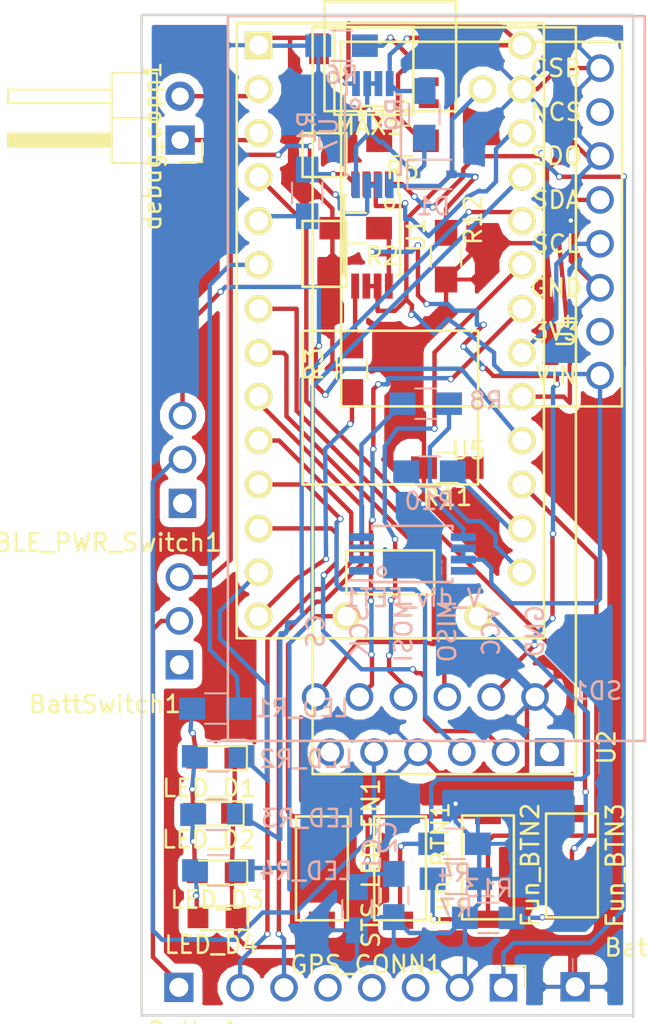
<source format=kicad_pcb>
(kicad_pcb (version 4) (host pcbnew 4.0.6)
  (layers (0 F.Cu signal) (31 B.Cu signal) (34 B.Paste user hide) (35 F.Paste user hide) (36 B.SilkS user hide) (37 F.SilkS user hide) (38 B.Mask user hide) (39 F.Mask user hide) (44 Edge.Cuts user))
  (net 0 "")
  (net 1 GND)
  (net 2 +3V3)
  (net 3 "Net-(Batt+1-Pad1)")
  (net 4 +BATT)
  (net 5 "Net-(SD1-Pad6)")
  (net 6 "Net-(SD1-Pad3)")
  (net 7 "Net-(MAX1-Pad4)")
  (net 8 "Net-(R1-Pad1)")
  (net 9 "Net-(R1-Pad2)")
  (net 10 "Net-(R2-Pad1)")
  (net 11 "Net-(R3-Pad2)")
  (net 12 "Net-(LED_D1-Pad2)")
  (net 13 "Net-(LED_D1-Pad1)")
  (net 14 "Net-(LED_D2-Pad2)")
  (net 15 "Net-(LED_D3-Pad2)")
  (net 16 "Net-(LED_D4-Pad2)")
  (net 17 "Net-(BattSwitch1-Pad3)")
  (net 18 "Net-(BLE_PWR_Switch1-Pad2)")
  (net 19 "Net-(Fun_BTN1-Pad1)")
  (net 20 /BattPostSwitch)
  (net 21 /USBPower+)
  (net 22 "Net-(U4-Pad3)")
  (net 23 "Net-(U4-Pad2)")
  (net 24 "Net-(Fun_BTN2-Pad1)")
  (net 25 "Net-(MAX1-Pad3)")
  (net 26 "Net-(R8-Pad1)")
  (net 27 "Net-(R8-Pad2)")
  (net 28 "Net-(R10-Pad1)")
  (net 29 "Net-(R10-Pad2)")
  (net 30 "Net-(Fun_BTN3-Pad1)")
  (net 31 /BLE_Pwr_Pin17)
  (net 32 /GPS_Pwr)
  (net 33 /GPS_Tx_RX3_7)
  (net 34 /GPS_Rx_TX3_8)
  (net 35 /LED1_P4)
  (net 36 /LED2_P11)
  (net 37 /LED3_P22)
  (net 38 /LED4_P23)
  (net 39 /SD_En_P12)
  (net 40 /SD_SCK_P20)
  (net 41 /SD_MOSI_P21)
  (net 42 /BLE_Rx_TX2_10)
  (net 43 /BLE_Tx_RX2_9)
  (net 44 /SDA)
  (net 45 /SCL)
  (module EbayParts:TSSOP-8_4.4x3mm_Pitch0.65mm_custom (layer F.Cu) (at 138.36 73.65 270)
    (fp_text reference U1 (at 0 -2.55 270) (layer F.SilkS))
    (fp_text value Si6943DQ)
    (pad 1 smd rect (at -2.95 -0.975 270) (size 1.45 0.45) (layers F.Cu F.Paste F.Mask) (net 32 /GPS_Pwr))
    (pad 2 smd rect (at -2.95 -0.325 270) (size 1.45 0.45) (layers F.Cu F.Paste F.Mask) (net 2 +3V3))
    (pad 3 smd rect (at -2.95 0.325 270) (size 1.45 0.45) (layers F.Cu F.Paste F.Mask) (net 2 +3V3))
    (pad 4 smd rect (at -2.95 0.975 270) (size 1.45 0.45) (layers F.Cu F.Paste F.Mask) (net 8 "Net-(R1-Pad1)"))
    (pad 5 smd rect (at 2.95 0.975 270) (size 1.45 0.45) (layers F.Cu F.Paste F.Mask) (net 11 "Net-(R3-Pad2)"))
    (pad 6 smd rect (at 2.95 0.325 270) (size 1.45 0.45) (layers F.Cu F.Paste F.Mask) (net 4 +BATT))
    (pad 7 smd rect (at 2.95 -0.325 270) (size 1.45 0.45) (layers F.Cu F.Paste F.Mask) (net 4 +BATT))
    (pad 8 smd rect (at 2.95 -0.975 270) (size 1.45 0.45) (layers F.Cu F.Paste F.Mask) (net 10 "Net-(R2-Pad1)"))
  )
  (module Capacitors_SMD:C_0805_HandSoldering (layer B.Cu) (at 137.49 112.6 270)
    (fp_text reference C1 (at -3.1242 -0.8763 270) (layer B.SilkS) (effects (justify mirror)))
    (fp_text value 82nF)
    (pad 1 smd rect (at -1.25 0 270) (size 1.5 1.25) (layers B.Cu B.Paste B.Mask) (net 2 +3V3))
    (pad 2 smd rect (at 1.25 0 270) (size 1.5 1.25) (layers B.Cu B.Paste B.Mask) (net 1 GND))
  )
  (module Capacitors_SMD:C_0805_HandSoldering (layer B.Cu) (at 139.62 111.84 270)
    (fp_text reference C2 (at -3.35026 0.35814 270) (layer B.SilkS) (effects (justify mirror)))
    (fp_text value 2.2uF)
    (pad 1 smd rect (at -1.25 0 270) (size 1.5 1.25) (layers B.Cu B.Paste B.Mask) (net 2 +3V3))
    (pad 2 smd rect (at 1.25 0 270) (size 1.5 1.25) (layers B.Cu B.Paste B.Mask) (net 1 GND))
  )
  (module Resistors_SMD:R_0805_HandSoldering (layer B.Cu) (at 134.61 71.21 270)
    (fp_text reference R1 (at -3.7846 0.01524 270) (layer B.SilkS) (effects (justify mirror)))
    (fp_text value 10k)
    (pad 1 smd rect (at -1.35 0 270) (size 1.5 1.3) (layers B.Cu B.Paste B.Mask) (net 8 "Net-(R1-Pad1)"))
    (pad 2 smd rect (at 1.35 0 270) (size 1.5 1.3) (layers B.Cu B.Paste B.Mask) (net 9 "Net-(R1-Pad2)"))
  )
  (module Resistors_SMD:R_0805_HandSoldering (layer F.Cu) (at 137.42 73.25 180)
    (fp_text reference R2 (at -1.5494 -1.6129 360) (layer F.SilkS))
    (fp_text value 100k)
    (pad 1 smd rect (at -1.35 0 180) (size 1.5 1.3) (layers F.Cu F.Paste F.Mask) (net 10 "Net-(R2-Pad1)"))
    (pad 2 smd rect (at 1.35 0 180) (size 1.5 1.3) (layers F.Cu F.Paste F.Mask) (net 1 GND))
  )
  (module Resistors_SMD:R_0805_HandSoldering (layer F.Cu) (at 137.2 81.38 90)
    (fp_text reference R3 (at 0.254 -2.1844 90) (layer F.SilkS))
    (fp_text value 10k)
    (pad 1 smd rect (at -1.35 0 90) (size 1.5 1.3) (layers F.Cu F.Paste F.Mask) (net 39 /SD_En_P12))
    (pad 2 smd rect (at 1.35 0 90) (size 1.5 1.3) (layers F.Cu F.Paste F.Mask) (net 11 "Net-(R3-Pad2)"))
  )
  (module Resistors_SMD:R_0805_HandSoldering (layer B.Cu) (at 136.6 62.7)
    (fp_text reference R6 (at 0 1.7) (layer B.SilkS) (effects (justify mirror)))
    (fp_text value 56k)
    (pad 1 smd rect (at -1.35 0) (size 1.5 1.3) (layers B.Cu B.Paste B.Mask) (net 1 GND))
    (pad 2 smd rect (at 1.35 0) (size 1.5 1.3) (layers B.Cu B.Paste B.Mask) (net 25 "Net-(MAX1-Pad3)"))
  )
  (module Resistors_SMD:R_0805_HandSoldering (layer B.Cu) (at 141.47 83.4)
    (fp_text reference R8 (at 3.4925 -0.16764) (layer B.SilkS) (effects (justify mirror)))
    (fp_text value 10k)
    (pad 1 smd rect (at -1.35 0) (size 1.5 1.3) (layers B.Cu B.Paste B.Mask) (net 26 "Net-(R8-Pad1)"))
    (pad 2 smd rect (at 1.35 0) (size 1.5 1.3) (layers B.Cu B.Paste B.Mask) (net 27 "Net-(R8-Pad2)"))
  )
  (module Resistors_SMD:R_0805_HandSoldering (layer F.Cu) (at 142.65 74.87 90)
    (fp_text reference R12 (at 2.0955 1.56464 90) (layer F.SilkS))
    (fp_text value 100k)
    (pad 1 smd rect (at -1.35 0 90) (size 1.5 1.3) (layers F.Cu F.Paste F.Mask) (net 1 GND))
    (pad 2 smd rect (at 1.35 0 90) (size 1.5 1.3) (layers F.Cu F.Paste F.Mask) (net 21 /USBPower+))
  )
  (module EbayParts:SDCard_Breakout (layer B.Cu) (at 154.15 60.99 270)
    (fp_text reference SD1 (at 39.02 2.75 540) (layer B.SilkS) (effects (justify mirror)))
    (fp_text value SDCard_Breakout)
    (fp_text user GND (at 35.56 6.35 270) (layer B.SilkS) (effects (justify mirror)))
    (fp_text user VCC (at 35.56 8.89 270) (layer B.SilkS) (effects (justify mirror)))
    (fp_text user MISO (at 35.56 11.43 270) (layer B.SilkS) (effects (justify mirror)))
    (fp_text user MOSI (at 35.56 13.97 270) (layer B.SilkS) (effects (justify mirror)))
    (fp_text user SCK (at 35.56 16.51 270) (layer B.SilkS) (effects (justify mirror)))
    (fp_text user CS (at 35.56 19.05 270) (layer B.SilkS) (effects (justify mirror)))
    (pad 6 thru_hole circle (at 39.37 19.05 270) (size 1.6 1.6) (drill 1.1) (layers *.Cu *.Mask) (net 5 "Net-(SD1-Pad6)"))
    (pad 5 thru_hole circle (at 39.37 16.51 270) (size 1.6 1.6) (drill 1.1) (layers *.Cu *.Mask) (net 40 /SD_SCK_P20))
    (pad 4 thru_hole circle (at 39.37 13.97 270) (size 1.6 1.6) (drill 1.1) (layers *.Cu *.Mask) (net 41 /SD_MOSI_P21))
    (pad 3 thru_hole circle (at 39.37 11.43 270) (size 1.6 1.6) (drill 1.1) (layers *.Cu *.Mask) (net 6 "Net-(SD1-Pad3)"))
    (pad 2 thru_hole circle (at 39.37 8.89 270) (size 1.6 1.6) (drill 1.1) (layers *.Cu *.Mask) (net 10 "Net-(R2-Pad1)"))
    (pad 1 thru_hole circle (at 39.37 6.35 270) (size 1.6 1.6) (drill 1.1) (layers *.Cu *.Mask) (net 1 GND))
  )
  (module EbayParts:TSSOP-8_4.4x3mm_Pitch0.65mm_custom (layer B.Cu) (at 140.7 92.09)
    (fp_text reference V_div_FET1 (at 0 2.55) (layer B.SilkS) (effects (justify mirror)))
    (fp_text value VDiv_FDW254p)
    (pad 1 smd rect (at -2.95 0.975) (size 1.45 0.45) (layers B.Cu B.Paste B.Mask))
    (pad 2 smd rect (at -2.95 0.325) (size 1.45 0.45) (layers B.Cu B.Paste B.Mask))
    (pad 3 smd rect (at -2.95 -0.325) (size 1.45 0.45) (layers B.Cu B.Paste B.Mask))
    (pad 4 smd rect (at -2.95 -0.975) (size 1.45 0.45) (layers B.Cu B.Paste B.Mask) (net 26 "Net-(R8-Pad1)"))
    (pad 5 smd rect (at 2.95 -0.975) (size 1.45 0.45) (layers B.Cu B.Paste B.Mask) (net 28 "Net-(R10-Pad1)"))
    (pad 6 smd rect (at 2.95 -0.325) (size 1.45 0.45) (layers B.Cu B.Paste B.Mask) (net 4 +BATT))
    (pad 7 smd rect (at 2.95 0.325) (size 1.45 0.45) (layers B.Cu B.Paste B.Mask) (net 4 +BATT))
    (pad 8 smd rect (at 2.95 0.975) (size 1.45 0.45) (layers B.Cu B.Paste B.Mask))
  )
  (module EbayParts:SOIC-8-N (layer F.Cu) (at 138.47 64.15 90)
    (fp_text reference MAX1 (at -3.19532 -0.2667 360) (layer F.SilkS))
    (fp_text value MAX8212)
    (pad 8 smd rect (at -1.905 -3.175 90) (size 0.508 1.143) (layers F.Cu F.Paste F.Mask) (net 20 /BattPostSwitch))
    (pad 7 smd rect (at -0.635 -3.175 90) (size 0.508 1.143) (layers F.Cu F.Paste F.Mask))
    (pad 6 smd rect (at 0.635 -3.175 90) (size 0.508 1.143) (layers F.Cu F.Paste F.Mask))
    (pad 5 smd rect (at 1.905 -3.175 90) (size 0.508 1.143) (layers F.Cu F.Paste F.Mask) (net 1 GND))
    (pad 4 smd rect (at 1.905 3.175 90) (size 0.508 1.143) (layers F.Cu F.Paste F.Mask) (net 7 "Net-(MAX1-Pad4)"))
    (pad 3 smd rect (at 0.635 3.175 90) (size 0.508 1.143) (layers F.Cu F.Paste F.Mask) (net 25 "Net-(MAX1-Pad3)"))
    (pad 2 smd rect (at -0.635 3.175 90) (size 0.508 1.143) (layers F.Cu F.Paste F.Mask))
    (pad 1 smd rect (at -1.905 3.175 90) (size 0.508 1.143) (layers F.Cu F.Paste F.Mask))
  )
  (module LEDs:LED_0805 (layer F.Cu) (at 129.32 103.9 180)
    (fp_text reference LED_D1 (at 0.39116 -1.73228 180) (layer F.SilkS))
    (fp_text value BLUE)
    (pad 2 smd rect (at 1.1 0) (size 1.2 1.2) (layers F.Cu F.Paste F.Mask) (net 12 "Net-(LED_D1-Pad2)"))
    (pad 1 smd rect (at -1.1 0) (size 1.2 1.2) (layers F.Cu F.Paste F.Mask) (net 13 "Net-(LED_D1-Pad1)"))
  )
  (module LEDs:LED_0805 (layer F.Cu) (at 129.13 107.09 180)
    (fp_text reference LED_D2 (at 0.22352 -1.50876 180) (layer F.SilkS))
    (fp_text value GREEN)
    (pad 2 smd rect (at 1.1 0) (size 1.2 1.2) (layers F.Cu F.Paste F.Mask) (net 14 "Net-(LED_D2-Pad2)"))
    (pad 1 smd rect (at -1.1 0) (size 1.2 1.2) (layers F.Cu F.Paste F.Mask) (net 13 "Net-(LED_D1-Pad1)"))
  )
  (module LEDs:LED_0805 (layer F.Cu) (at 129.34 110.52 180)
    (fp_text reference LED_D3 (at -0.05588 -1.56464 180) (layer F.SilkS))
    (fp_text value RED)
    (pad 2 smd rect (at 1.1 0) (size 1.2 1.2) (layers F.Cu F.Paste F.Mask) (net 15 "Net-(LED_D3-Pad2)"))
    (pad 1 smd rect (at -1.1 0) (size 1.2 1.2) (layers F.Cu F.Paste F.Mask) (net 13 "Net-(LED_D1-Pad1)"))
  )
  (module LEDs:LED_0805 (layer F.Cu) (at 129.39 113.13 180)
    (fp_text reference LED_D4 (at 0.33528 -1.56464 180) (layer F.SilkS))
    (fp_text value ORANGE)
    (pad 2 smd rect (at 1.1 0) (size 1.2 1.2) (layers F.Cu F.Paste F.Mask) (net 16 "Net-(LED_D4-Pad2)"))
    (pad 1 smd rect (at -1.1 0) (size 1.2 1.2) (layers F.Cu F.Paste F.Mask) (net 13 "Net-(LED_D1-Pad1)"))
  )
  (module Resistors_SMD:R_0805_HandSoldering (layer B.Cu) (at 129.3 101.03)
    (fp_text reference LED_R1 (at 5.0038 -0.02032) (layer B.SilkS) (effects (justify mirror)))
    (fp_text value 5.6)
    (pad 1 smd rect (at -1.35 0) (size 1.5 1.3) (layers B.Cu B.Paste B.Mask) (net 12 "Net-(LED_D1-Pad2)"))
    (pad 2 smd rect (at 1.35 0) (size 1.5 1.3) (layers B.Cu B.Paste B.Mask) (net 35 /LED1_P4))
  )
  (module Resistors_SMD:R_0805_HandSoldering (layer B.Cu) (at 129.46 103.79)
    (fp_text reference LED_R2 (at 5.09016 0.1524) (layer B.SilkS) (effects (justify mirror)))
    (fp_text value 10)
    (pad 1 smd rect (at -1.35 0) (size 1.5 1.3) (layers B.Cu B.Paste B.Mask) (net 14 "Net-(LED_D2-Pad2)"))
    (pad 2 smd rect (at 1.35 0) (size 1.5 1.3) (layers B.Cu B.Paste B.Mask) (net 36 /LED2_P11))
  )
  (module Resistors_SMD:R_0805_HandSoldering (layer B.Cu) (at 129.36 107.17)
    (fp_text reference LED_R3 (at 5.2959 0.20574) (layer B.SilkS) (effects (justify mirror)))
    (fp_text value 56)
    (pad 1 smd rect (at -1.35 0) (size 1.5 1.3) (layers B.Cu B.Paste B.Mask) (net 15 "Net-(LED_D3-Pad2)"))
    (pad 2 smd rect (at 1.35 0) (size 1.5 1.3) (layers B.Cu B.Paste B.Mask) (net 37 /LED3_P22))
  )
  (module Resistors_SMD:R_0805_HandSoldering (layer B.Cu) (at 129.47 110.39)
    (fp_text reference LED_R4 (at 5.05968 0.0381) (layer B.SilkS) (effects (justify mirror)))
    (fp_text value 56)
    (pad 1 smd rect (at -1.35 0) (size 1.5 1.3) (layers B.Cu B.Paste B.Mask) (net 16 "Net-(LED_D4-Pad2)"))
    (pad 2 smd rect (at 1.35 0) (size 1.5 1.3) (layers B.Cu B.Paste B.Mask) (net 38 /LED4_P23))
  )
  (module EbayParts:SMD_Switch_3x6 (layer F.Cu) (at 136.96268 113.27 90)
    (fp_text reference STS_LED_EN1 (at 3.29692 1.34112 90) (layer F.SilkS))
    (fp_text value STS_LED_EN)
    (pad 2 smd rect (at 6 -1.5 90) (size 1 1.5) (layers F.Cu F.Paste F.Mask) (net 2 +3V3))
    (pad 1 smd rect (at 0 -1.5 90) (size 1 1.5) (layers F.Cu F.Paste F.Mask) (net 13 "Net-(LED_D1-Pad1)"))
  )
  (module Pin_Headers:Pin_Header_Angled_1x02_Pitch2.54mm (layer F.Cu) (at 127.254 68.1609 180)
    (fp_text reference debug_conn1 (at 1.6002 -0.3429 450) (layer F.SilkS))
    (fp_text value debug_conn)
    (pad 1 thru_hole rect (at 0 0 180) (size 1.7 1.7) (drill 1) (layers *.Cu *.Mask) (net 22 "Net-(U4-Pad3)"))
    (pad 2 thru_hole oval (at 0 2.54 180) (size 1.7 1.7) (drill 1) (layers *.Cu *.Mask) (net 23 "Net-(U4-Pad2)"))
  )
  (module EbayParts:Pin_Header_Angled_1x07_Pitch2.54mm (layer F.Cu) (at 145.97 117.17 270)
    (fp_text reference GPS_CONN1 (at -1.34112 7.93496 540) (layer F.SilkS))
    (fp_text value "GPS Connector")
    (pad 1 thru_hole rect (at 0 0 270) (size 1.6 1.6) (drill 1.1) (layers *.Cu *.Mask) (net 32 /GPS_Pwr))
    (pad 2 thru_hole circle (at 0 2.54 270) (size 1.6 1.6) (drill 1.1) (layers *.Cu *.Mask) (net 1 GND))
    (pad 3 thru_hole circle (at 0 5.08 270) (size 1.6 1.6) (drill 1.1) (layers *.Cu *.Mask))
    (pad 4 thru_hole circle (at 0 7.62 270) (size 1.6 1.6) (drill 1.1) (layers *.Cu *.Mask))
    (pad 5 thru_hole circle (at 0 10.16 270) (size 1.6 1.6) (drill 1.1) (layers *.Cu *.Mask))
    (pad 6 thru_hole circle (at 0 12.7 270) (size 1.6 1.6) (drill 1.1) (layers *.Cu *.Mask) (net 33 /GPS_Tx_RX3_7))
    (pad 7 thru_hole circle (at 0 15.24 270) (size 1.6 1.6) (drill 1.1) (layers *.Cu *.Mask) (net 34 /GPS_Rx_TX3_8))
  )
  (module EbayParts:SMD_Switch_3x6 (layer F.Cu) (at 141.48896 113.27 90)
    (fp_text reference Fun_BTN1 (at 3.24104 0.8382 90) (layer F.SilkS))
    (fp_text value LVCutoff_reset)
    (pad 2 smd rect (at 6 -1.5 90) (size 1 1.5) (layers F.Cu F.Paste F.Mask) (net 2 +3V3))
    (pad 1 smd rect (at 0 -1.5 90) (size 1 1.5) (layers F.Cu F.Paste F.Mask) (net 19 "Net-(Fun_BTN1-Pad1)"))
  )
  (module EbayParts:Pin_Header_1x01_Pitch2.54mm (layer F.Cu) (at 127.18 117.15)
    (fp_text reference Batt+1 (at 0.83608 2.51444) (layer F.SilkS))
    (fp_text value +Batt)
    (pad 1 thru_hole rect (at 0 0) (size 1.7 1.7) (drill 1.1) (layers *.Cu *.Mask) (net 3 "Net-(Batt+1-Pad1)"))
  )
  (module EbayParts:Pin_Header_1x01_Pitch2.54mm (layer F.Cu) (at 150.12 117.12)
    (fp_text reference Batt-1 (at 4.315 -2.27) (layer F.SilkS))
    (fp_text value -Batt)
    (pad 1 thru_hole rect (at 0 0) (size 1.7 1.7) (drill 1.1) (layers *.Cu *.Mask) (net 1 GND))
  )
  (module EbayParts:Pin_Header_1x03_Pitch2.54mm (layer F.Cu) (at 127.2159 98.5012 180)
    (fp_text reference BattSwitch1 (at 4.315 -2.27 180) (layer F.SilkS))
    (fp_text value BattSwitch)
    (pad 1 thru_hole rect (at 0 0 180) (size 1.6 1.7) (drill 1.1) (layers *.Cu *.Mask))
    (pad 2 thru_hole circle (at 0 2.54 180) (size 1.6 1.6) (drill 1.1) (layers *.Cu *.Mask) (net 3 "Net-(Batt+1-Pad1)"))
    (pad 3 thru_hole circle (at 0 5.08 180) (size 1.6 1.6) (drill 1.1) (layers *.Cu *.Mask) (net 17 "Net-(BattSwitch1-Pad3)"))
  )
  (module EbayParts:Pin_Header_1x03_Pitch2.54mm (layer F.Cu) (at 127.3937 89.1667 180)
    (fp_text reference BLE_PWR_Switch1 (at 4.315 -2.27 180) (layer F.SilkS))
    (fp_text value BLE_PWR_Switch)
    (pad 1 thru_hole rect (at 0 0 180) (size 1.6 1.7) (drill 1.1) (layers *.Cu *.Mask))
    (pad 2 thru_hole circle (at 0 2.54 180) (size 1.6 1.6) (drill 1.1) (layers *.Cu *.Mask) (net 18 "Net-(BLE_PWR_Switch1-Pad2)"))
    (pad 3 thru_hole circle (at 0 5.08 180) (size 1.6 1.6) (drill 1.1) (layers *.Cu *.Mask) (net 31 /BLE_Pwr_Pin17))
  )
  (module Diodes_SMD:D_SOD-323 (layer B.Cu) (at 141.91 70.14)
    (fp_text reference D1 (at 0 1.85) (layer B.SilkS) (effects (justify mirror)))
    (fp_text value D)
    (pad 1 smd rect (at -1.05 0) (size 0.6 0.45) (layers B.Cu B.Paste B.Mask) (net 20 /BattPostSwitch))
    (pad 2 smd rect (at 1.05 0) (size 0.6 0.45) (layers B.Cu B.Paste B.Mask) (net 21 /USBPower+))
  )
  (module EbayParts:SMD_Switch_3x6 (layer F.Cu) (at 146.57404 113.21412 90)
    (fp_text reference Fun_BTN2 (at 3.12928 0.94996 90) (layer F.SilkS))
    (fp_text value Fun_BTN)
    (pad 2 smd rect (at 6 -1.5 90) (size 1 1.5) (layers F.Cu F.Paste F.Mask) (net 2 +3V3))
    (pad 1 smd rect (at 0 -1.5 90) (size 1 1.5) (layers F.Cu F.Paste F.Mask) (net 24 "Net-(Fun_BTN2-Pad1)"))
  )
  (module Resistors_SMD:R_0805_HandSoldering (layer B.Cu) (at 143.14 108.85)
    (fp_text reference R4 (at 0 1.7) (layer B.SilkS) (effects (justify mirror)))
    (fp_text value 10k)
    (pad 1 smd rect (at -1.35 0) (size 1.5 1.3) (layers B.Cu B.Paste B.Mask) (net 19 "Net-(Fun_BTN1-Pad1)"))
    (pad 2 smd rect (at 1.35 0) (size 1.5 1.3) (layers B.Cu B.Paste B.Mask) (net 1 GND))
  )
  (module Resistors_SMD:R_0805_HandSoldering (layer F.Cu) (at 140.13 68.2 180)
    (fp_text reference R5 (at 0 -1.7 180) (layer F.SilkS))
    (fp_text value 100k)
    (pad 1 smd rect (at -1.35 0 180) (size 1.5 1.3) (layers F.Cu F.Paste F.Mask) (net 25 "Net-(MAX1-Pad3)"))
    (pad 2 smd rect (at 1.35 0 180) (size 1.5 1.3) (layers F.Cu F.Paste F.Mask) (net 20 /BattPostSwitch))
  )
  (module Resistors_SMD:R_0805_HandSoldering (layer B.Cu) (at 143.22 110.87)
    (fp_text reference R7 (at 0 1.7) (layer B.SilkS) (effects (justify mirror)))
    (fp_text value 10k)
    (pad 1 smd rect (at -1.35 0) (size 1.5 1.3) (layers B.Cu B.Paste B.Mask) (net 24 "Net-(Fun_BTN2-Pad1)"))
    (pad 2 smd rect (at 1.35 0) (size 1.5 1.3) (layers B.Cu B.Paste B.Mask) (net 1 GND))
  )
  (module Resistors_SMD:R_0805_HandSoldering (layer B.Cu) (at 141.39 66.67 270)
    (fp_text reference R9 (at 0 1.7 270) (layer B.SilkS) (effects (justify mirror)))
    (fp_text value 1M)
    (pad 1 smd rect (at -1.35 0 270) (size 1.5 1.3) (layers B.Cu B.Paste B.Mask) (net 7 "Net-(MAX1-Pad4)"))
    (pad 2 smd rect (at 1.35 0 270) (size 1.5 1.3) (layers B.Cu B.Paste B.Mask) (net 20 /BattPostSwitch))
  )
  (module Resistors_SMD:R_0805_HandSoldering (layer B.Cu) (at 141.69 87.33)
    (fp_text reference R10 (at 0 1.7) (layer B.SilkS) (effects (justify mirror)))
    (fp_text value 82k)
    (pad 1 smd rect (at -1.35 0) (size 1.5 1.3) (layers B.Cu B.Paste B.Mask) (net 28 "Net-(R10-Pad1)"))
    (pad 2 smd rect (at 1.35 0) (size 1.5 1.3) (layers B.Cu B.Paste B.Mask) (net 29 "Net-(R10-Pad2)"))
  )
  (module Resistors_SMD:R_0805_HandSoldering (layer F.Cu) (at 142.72 87.1 180)
    (fp_text reference R11 (at 0 -1.7 180) (layer F.SilkS))
    (fp_text value 22k)
    (pad 1 smd rect (at -1.35 0 180) (size 1.5 1.3) (layers F.Cu F.Paste F.Mask) (net 29 "Net-(R10-Pad2)"))
    (pad 2 smd rect (at 1.35 0 180) (size 1.5 1.3) (layers F.Cu F.Paste F.Mask) (net 1 GND))
  )
  (module EbayParts:GY-91 (layer F.Cu) (at 152.8318 62.47384 180)
    (fp_text reference U5 (at 8.89 -23.63 180) (layer F.SilkS))
    (fp_text value GY-91)
    (fp_text user CSB (at 3.81 -1.524 180) (layer F.SilkS))
    (fp_text user NCS (at 3.81 -4.064 180) (layer F.SilkS))
    (fp_text user SDO (at 3.81 -6.604 180) (layer F.SilkS))
    (fp_text user SDA (at 3.81 -9.144 180) (layer F.SilkS))
    (fp_text user SCL (at 3.81 -11.684 180) (layer F.SilkS))
    (fp_text user GND (at 3.81 -14.224 180) (layer F.SilkS))
    (fp_text user 3V3 (at 3.81 -16.764 180) (layer F.SilkS))
    (fp_text user VIN (at 3.81 -19.304 180) (layer F.SilkS))
    (pad 1 thru_hole circle (at 1.27 -19.304 180) (size 1.6 1.6) (drill 1.1) (layers *.Cu *.Mask) (net 4 +BATT))
    (pad 2 thru_hole circle (at 1.27 -16.764 180) (size 1.6 1.6) (drill 1.1) (layers *.Cu *.Mask))
    (pad 3 thru_hole circle (at 1.27 -14.224 180) (size 1.6 1.6) (drill 1.1) (layers *.Cu *.Mask) (net 1 GND))
    (pad 4 thru_hole circle (at 1.27 -11.684 180) (size 1.6 1.6) (drill 1.1) (layers *.Cu *.Mask) (net 45 /SCL))
    (pad 5 thru_hole circle (at 1.27 -9.144 180) (size 1.6 1.6) (drill 1.1) (layers *.Cu *.Mask) (net 44 /SDA))
    (pad 6 thru_hole circle (at 1.27 -6.604 180) (size 1.6 1.6) (drill 1.1) (layers *.Cu *.Mask) (net 1 GND))
    (pad 7 thru_hole circle (at 1.27 -4.064 180) (size 1.6 1.6) (drill 1.1) (layers *.Cu *.Mask))
    (pad 8 thru_hole circle (at 1.27 -1.524 180) (size 1.6 1.6) (drill 1.1) (layers *.Cu *.Mask) (net 1 GND))
  )
  (module EbayParts:TSSOP-8_4.4x3mm_Pitch0.65mm_custom (layer B.Cu) (at 138.41 67.84 270)
    (fp_text reference U7 (at 0 2.55 270) (layer B.SilkS) (effects (justify mirror)))
    (fp_text value Si6943DQ)
    (pad 1 smd rect (at -2.95 0.975 270) (size 1.45 0.45) (layers B.Cu B.Paste B.Mask) (net 4 +BATT))
    (pad 2 smd rect (at -2.95 0.325 270) (size 1.45 0.45) (layers B.Cu B.Paste B.Mask) (net 20 /BattPostSwitch))
    (pad 3 smd rect (at -2.95 -0.325 270) (size 1.45 0.45) (layers B.Cu B.Paste B.Mask) (net 20 /BattPostSwitch))
    (pad 4 smd rect (at -2.95 -0.975 270) (size 1.45 0.45) (layers B.Cu B.Paste B.Mask) (net 7 "Net-(MAX1-Pad4)"))
    (pad 5 smd rect (at 2.95 -0.975 270) (size 1.45 0.45) (layers B.Cu B.Paste B.Mask) (net 21 /USBPower+))
    (pad 6 smd rect (at 2.95 -0.325 270) (size 1.45 0.45) (layers B.Cu B.Paste B.Mask) (net 17 "Net-(BattSwitch1-Pad3)"))
    (pad 7 smd rect (at 2.95 0.325 270) (size 1.45 0.45) (layers B.Cu B.Paste B.Mask) (net 17 "Net-(BattSwitch1-Pad3)"))
    (pad 8 smd rect (at 2.95 0.975 270) (size 1.45 0.45) (layers B.Cu B.Paste B.Mask) (net 20 /BattPostSwitch))
  )
  (module EbayParts:SMD_Switch_3x6 (layer F.Cu) (at 151.4356 113.10236 90)
    (fp_text reference Fun_BTN3 (at 3 1 90) (layer F.SilkS))
    (fp_text value LVCutoff_reset)
    (pad 2 smd rect (at 6 -1.5 90) (size 1 1.5) (layers F.Cu F.Paste F.Mask) (net 2 +3V3))
    (pad 1 smd rect (at 0 -1.5 90) (size 1 1.5) (layers F.Cu F.Paste F.Mask) (net 30 "Net-(Fun_BTN3-Pad1)"))
  )
  (module Resistors_SMD:R_0805_HandSoldering (layer B.Cu) (at 145.09 113.13 180)
    (fp_text reference R13 (at 0 1.7 180) (layer B.SilkS) (effects (justify mirror)))
    (fp_text value 10k)
    (pad 1 smd rect (at -1.35 0 180) (size 1.5 1.3) (layers B.Cu B.Paste B.Mask) (net 30 "Net-(Fun_BTN3-Pad1)"))
    (pad 2 smd rect (at 1.35 0 180) (size 1.5 1.3) (layers B.Cu B.Paste B.Mask) (net 1 GND))
  )
  (module EbayParts:HM-10_breakout (layer F.Cu) (at 148.64 103.55 270)
    (fp_text reference U2 (at -0.2794 -3.29692 270) (layer F.SilkS))
    (fp_text value BLE_module)
    (pad 6 thru_hole circle (at 0 12.7 270) (size 1.6 1.6) (drill 1.1) (layers *.Cu *.Mask))
    (pad 5 thru_hole circle (at 0 10.16 270) (size 1.6 1.6) (drill 1.1) (layers *.Cu *.Mask) (net 18 "Net-(BLE_PWR_Switch1-Pad2)"))
    (pad 4 thru_hole circle (at 0 7.62 270) (size 1.6 1.6) (drill 1.1) (layers *.Cu *.Mask) (net 1 GND))
    (pad 1 thru_hole rect (at 0 0 270) (size 1.6 1.7) (drill 1.1) (layers *.Cu *.Mask))
    (pad 2 thru_hole circle (at 0 2.54 270) (size 1.6 1.6) (drill 1.1) (layers *.Cu *.Mask) (net 42 /BLE_Rx_TX2_10))
    (pad 3 thru_hole circle (at 0 5.08 270) (size 1.6 1.6) (drill 1.1) (layers *.Cu *.Mask) (net 43 /BLE_Tx_RX2_9))
  )
  (module EbayParts:Teensy_LC (layer F.Cu) (at 139.4214 79.1832 270)
    (fp_text reference U4 (at 0 -10.16 270) (layer F.SilkS))
    (fp_text value Teensy-LC)
    (pad 19 thru_hole circle (at 16.51 -5.08 270) (size 1.6 1.6) (drill 1.1) (layers *.Cu *.Mask F.SilkS) (net 19 "Net-(Fun_BTN1-Pad1)"))
    (pad 4 thru_hole circle (at -8.89 7.62 270) (size 1.6 1.6) (drill 1.1) (layers *.Cu *.Mask F.SilkS) (net 30 "Net-(Fun_BTN3-Pad1)"))
    (pad 30 thru_hole circle (at -8.89 -7.62 270) (size 1.6 1.6) (drill 1.1) (layers *.Cu *.Mask F.SilkS) (net 38 /LED4_P23))
    (pad 29 thru_hole circle (at -6.35 -7.62 270) (size 1.6 1.6) (drill 1.1) (layers *.Cu *.Mask F.SilkS) (net 37 /LED3_P22))
    (pad 13 thru_hole circle (at 13.97 7.62 270) (size 1.6 1.6) (drill 1.1) (layers *.Cu *.Mask F.SilkS) (net 36 /LED2_P11))
    (pad 6 thru_hole circle (at -3.81 7.62 270) (size 1.6 1.6) (drill 1.1) (layers *.Cu *.Mask F.SilkS) (net 35 /LED1_P4))
    (pad 34 thru_hole circle (at -13.97 -5.334 270) (size 1.6 1.6) (drill 1.1) (layers *.Cu *.Mask F.SilkS) (net 21 /USBPower+))
    (pad 11 thru_hole circle (at 8.89 7.62 270) (size 1.6 1.6) (drill 1.1) (layers *.Cu *.Mask F.SilkS) (net 43 /BLE_Tx_RX2_9))
    (pad 3 thru_hole circle (at -11.43 7.62 270) (size 1.6 1.6) (drill 1.1) (layers *.Cu *.Mask F.SilkS) (net 22 "Net-(U4-Pad3)"))
    (pad 8 thru_hole circle (at 1.27 7.62 270) (size 1.6 1.6) (drill 1.1) (layers *.Cu *.Mask F.SilkS) (net 5 "Net-(SD1-Pad6)"))
    (pad 2 thru_hole circle (at -13.97 7.62 270) (size 1.6 1.6) (drill 1.1) (layers *.Cu *.Mask F.SilkS) (net 23 "Net-(U4-Pad2)"))
    (pad 27 thru_hole circle (at -1.27 -7.62 270) (size 1.6 1.6) (drill 1.1) (layers *.Cu *.Mask F.SilkS) (net 40 /SD_SCK_P20))
    (pad 21 thru_hole circle (at 13.97 -7.62 270) (size 1.6 1.6) (drill 1.1) (layers *.Cu *.Mask F.SilkS) (net 27 "Net-(R8-Pad2)"))
    (pad 16 thru_hole circle (at 16.51 2.54 270) (size 1.6 1.6) (drill 1.1) (layers *.Cu *.Mask F.SilkS) (net 2 +3V3))
    (pad 14 thru_hole circle (at 16.51 7.62 270) (size 1.6 1.6) (drill 1.1) (layers *.Cu *.Mask F.SilkS) (net 39 /SD_En_P12))
    (pad 22 thru_hole circle (at 11.43 -7.62 270) (size 1.6 1.6) (drill 1.1) (layers *.Cu *.Mask F.SilkS) (net 29 "Net-(R10-Pad2)"))
    (pad 23 thru_hole circle (at 8.89 -7.62 270) (size 1.6 1.6) (drill 1.1) (layers *.Cu *.Mask F.SilkS) (net 24 "Net-(Fun_BTN2-Pad1)"))
    (pad 24 thru_hole circle (at 6.35 -7.62 270) (size 1.6 1.6) (drill 1.1) (layers *.Cu *.Mask F.SilkS) (net 31 /BLE_Pwr_Pin17))
    (pad 25 thru_hole circle (at 3.81 -7.62 270) (size 1.6 1.6) (drill 1.1) (layers *.Cu *.Mask F.SilkS) (net 44 /SDA))
    (pad 26 thru_hole circle (at 1.27 -7.62 270) (size 1.6 1.6) (drill 1.1) (layers *.Cu *.Mask F.SilkS) (net 45 /SCL))
    (pad 28 thru_hole circle (at -3.81 -7.62 270) (size 1.6 1.6) (drill 1.1) (layers *.Cu *.Mask F.SilkS) (net 41 /SD_MOSI_P21))
    (pad 31 thru_hole circle (at -11.43 -7.62 270) (size 1.6 1.6) (drill 1.1) (layers *.Cu *.Mask F.SilkS) (net 2 +3V3))
    (pad 32 thru_hole circle (at -13.97 -7.62 270) (size 1.6 1.6) (drill 1.1) (layers *.Cu *.Mask F.SilkS) (net 1 GND))
    (pad 33 thru_hole circle (at -16.51 -7.62 270) (size 1.6 1.6) (drill 1.1) (layers *.Cu *.Mask F.SilkS) (net 4 +BATT))
    (pad 12 thru_hole circle (at 11.43 7.62 270) (size 1.6 1.6) (drill 1.1) (layers *.Cu *.Mask F.SilkS) (net 42 /BLE_Rx_TX2_10))
    (pad 10 thru_hole circle (at 6.35 7.62 270) (size 1.6 1.6) (drill 1.1) (layers *.Cu *.Mask F.SilkS) (net 34 /GPS_Rx_TX3_8))
    (pad 9 thru_hole circle (at 3.81 7.62 270) (size 1.6 1.6) (drill 1.1) (layers *.Cu *.Mask F.SilkS) (net 33 /GPS_Tx_RX3_7))
    (pad 7 thru_hole circle (at -1.27 7.62 270) (size 1.6 1.6) (drill 1.1) (layers *.Cu *.Mask F.SilkS) (net 6 "Net-(SD1-Pad3)"))
    (pad 5 thru_hole circle (at -6.35 7.62 270) (size 1.6 1.6) (drill 1.1) (layers *.Cu *.Mask F.SilkS) (net 9 "Net-(R1-Pad2)"))
    (pad 1 thru_hole rect (at -16.51 7.62 270) (size 1.6 1.6) (drill 1.1) (layers *.Cu *.Mask F.SilkS) (net 1 GND))
  )
  (gr_line (start 125.03 61.25) (end 125.04 61.25) (angle 90) (layer Edge.Cuts) (width 0.15))
  (gr_line (start 125.03 60.92) (end 125.03 61.25) (angle 90) (layer Edge.Cuts) (width 0.15))
  (gr_line (start 153.48 60.92) (end 125.03 60.92) (angle 90) (layer Edge.Cuts) (width 0.15))
  (gr_line (start 153.47 118.77) (end 153.47 118.78) (angle 90) (layer Edge.Cuts) (width 0.15))
  (gr_line (start 125.03 118.77) (end 153.47 118.77) (angle 90) (layer Edge.Cuts) (width 0.15))
  (gr_line (start 153.48 118.87) (end 153.48 60.96) (angle 90) (layer Edge.Cuts) (width 0.15))
  (gr_line (start 125.03 61.15) (end 125.03 118.81) (angle 90) (layer Edge.Cuts) (width 0.15))
  (segment (start 149.84 115.2) (end 149.84 116.84) (width 0.254) (layer F.Cu) (net 1))
  (segment (start 149.84 116.84) (end 150.12 117.12) (width 0.254) (layer F.Cu) (net 1))
  (segment (start 147.8 100.36) (end 147.8 100.02) (width 0.254) (layer B.Cu) (net 1))
  (segment (start 147.8 100.02) (end 144.95 97.17) (width 0.254) (layer B.Cu) (net 1))
  (segment (start 141.37 89.15) (end 141.37 87.1) (width 0.254) (layer F.Cu) (net 1))
  (segment (start 141.32 89.2) (end 141.37 89.15) (width 0.254) (layer F.Cu) (net 1))
  (via (at 141.32 89.2) (size 0.381) (drill 0.254) (layers F.Cu B.Cu) (net 1))
  (segment (start 141.32 91.41) (end 141.32 89.2) (width 0.254) (layer B.Cu) (net 1))
  (segment (start 142.18 92.27) (end 141.32 91.41) (width 0.254) (layer B.Cu) (net 1))
  (segment (start 142.18 96.4) (end 142.18 92.27) (width 0.254) (layer B.Cu) (net 1))
  (segment (start 142.95 97.17) (end 142.18 96.4) (width 0.254) (layer B.Cu) (net 1))
  (segment (start 144.95 97.17) (end 142.95 97.17) (width 0.254) (layer B.Cu) (net 1))
  (segment (start 150.23 117.13) (end 150 117.13) (width 0.254) (layer F.Cu) (net 1))
  (segment (start 149.95 115.2) (end 149.84 115.2) (width 0.254) (layer F.Cu) (net 1))
  (segment (start 149.84 115.2) (end 145.4 115.2) (width 0.254) (layer F.Cu) (net 1))
  (segment (start 145.4 115.2) (end 143.43 117.17) (width 0.254) (layer F.Cu) (net 1))
  (segment (start 142.65 76.22) (end 144.75 74.12) (width 0.254) (layer F.Cu) (net 1))
  (segment (start 148.481998 69.898002) (end 150.05 68.33) (width 0.254) (layer F.Cu) (net 1))
  (segment (start 148.481998 74.08) (end 148.481998 69.898002) (width 0.254) (layer F.Cu) (net 1))
  (segment (start 148.15 74.08) (end 148.481998 74.08) (width 0.254) (layer F.Cu) (net 1))
  (segment (start 148.15 74.12) (end 148.15 74.08) (width 0.254) (layer F.Cu) (net 1))
  (segment (start 144.75 74.12) (end 148.15 74.12) (width 0.254) (layer F.Cu) (net 1))
  (segment (start 139.62 113.09) (end 140.54 114.01) (width 0.254) (layer B.Cu) (net 1))
  (segment (start 142.86 114.01) (end 143.74 113.13) (width 0.254) (layer B.Cu) (net 1))
  (segment (start 140.54 114.01) (end 142.86 114.01) (width 0.254) (layer B.Cu) (net 1))
  (segment (start 137.49 113.85) (end 138.25 113.09) (width 0.254) (layer B.Cu) (net 1))
  (segment (start 138.25 113.09) (end 139.62 113.09) (width 0.254) (layer B.Cu) (net 1))
  (segment (start 143.23 105.51) (end 143.2 105.54) (width 0.254) (layer F.Cu) (net 1))
  (segment (start 143.2 107.56) (end 144.49 108.85) (width 0.254) (layer B.Cu) (net 1))
  (segment (start 143.2 106.53) (end 143.2 107.56) (width 0.254) (layer B.Cu) (net 1))
  (via (at 143.2 106.53) (size 0.381) (drill 0.254) (layers F.Cu B.Cu) (net 1))
  (segment (start 143.2 105.54) (end 143.2 106.53) (width 0.254) (layer F.Cu) (net 1))
  (segment (start 147.8 100.36) (end 147.33 100.83) (width 0.254) (layer F.Cu) (net 1))
  (segment (start 147.33 100.83) (end 147.33 105.51) (width 0.254) (layer F.Cu) (net 1))
  (segment (start 147.33 105.51) (end 143.23 105.51) (width 0.254) (layer F.Cu) (net 1))
  (segment (start 143.23 105.51) (end 142.98 105.51) (width 0.254) (layer F.Cu) (net 1))
  (segment (start 142.98 105.51) (end 141.02 103.55) (width 0.254) (layer F.Cu) (net 1))
  (segment (start 151.5618 76.69784) (end 151.41784 76.69784) (width 0.254) (layer F.Cu) (net 1))
  (segment (start 151.41784 76.69784) (end 149.87 75.15) (width 0.254) (layer F.Cu) (net 1))
  (segment (start 149.87 75.15) (end 149.87 72.81) (width 0.254) (layer F.Cu) (net 1))
  (via (at 149.87 72.81) (size 0.381) (drill 0.254) (layers F.Cu B.Cu) (net 1))
  (segment (start 149.87 72.81) (end 149.65 72.59) (width 0.254) (layer B.Cu) (net 1))
  (segment (start 149.65 72.59) (end 149.65 70.98964) (width 0.254) (layer B.Cu) (net 1))
  (segment (start 149.65 70.98964) (end 151.5618 69.07784) (width 0.254) (layer B.Cu) (net 1))
  (segment (start 151.5618 69.07784) (end 150.79784 69.07784) (width 0.254) (layer F.Cu) (net 1))
  (segment (start 150.79784 69.07784) (end 150.05 68.33) (width 0.254) (layer F.Cu) (net 1))
  (segment (start 150.05 68.33) (end 149.13216 67.41216) (width 0.254) (layer F.Cu) (net 1))
  (segment (start 149.13216 67.41216) (end 149.13216 63.99784) (width 0.254) (layer F.Cu) (net 1))
  (segment (start 147.0414 65.2132) (end 147.9168 65.2132) (width 0.254) (layer F.Cu) (net 1))
  (segment (start 149.13216 63.99784) (end 151.5618 63.99784) (width 0.254) (layer F.Cu) (net 1))
  (segment (start 147.9168 65.2132) (end 149.13216 63.99784) (width 0.254) (layer F.Cu) (net 1))
  (segment (start 142.65 76.22) (end 142.65 77.52) (width 0.254) (layer F.Cu) (net 1))
  (segment (start 142.65 77.52) (end 138.79 81.38) (width 0.254) (layer F.Cu) (net 1))
  (segment (start 141.37 87.1) (end 141.37 83.96) (width 0.254) (layer F.Cu) (net 1))
  (segment (start 136.07 81.05) (end 136.07 73.25) (width 0.254) (layer F.Cu) (net 1))
  (segment (start 135.74 81.38) (end 136.07 81.05) (width 0.254) (layer F.Cu) (net 1))
  (segment (start 138.79 81.38) (end 135.74 81.38) (width 0.254) (layer F.Cu) (net 1))
  (segment (start 141.37 83.96) (end 138.79 81.38) (width 0.254) (layer F.Cu) (net 1))
  (segment (start 136.07 73.25) (end 136.07 72.13) (width 0.254) (layer F.Cu) (net 1))
  (segment (start 133.62 69.68) (end 133.62 62.245) (width 0.254) (layer F.Cu) (net 1))
  (segment (start 136.07 72.13) (end 133.62 69.68) (width 0.254) (layer F.Cu) (net 1))
  (segment (start 135.25 62.7) (end 131.8282 62.7) (width 0.254) (layer B.Cu) (net 1))
  (segment (start 131.8282 62.7) (end 131.8014 62.6732) (width 0.254) (layer B.Cu) (net 1))
  (segment (start 135.295 62.245) (end 133.62 62.245) (width 0.254) (layer F.Cu) (net 1))
  (segment (start 133.62 62.245) (end 132.2296 62.245) (width 0.254) (layer F.Cu) (net 1))
  (segment (start 132.2296 62.245) (end 131.8014 62.6732) (width 0.254) (layer F.Cu) (net 1))
  (segment (start 143.74 113.13) (end 143.74 116.86) (width 0.254) (layer B.Cu) (net 1))
  (segment (start 143.74 116.86) (end 143.43 117.17) (width 0.254) (layer B.Cu) (net 1))
  (segment (start 144.57 110.87) (end 144.57 112.3) (width 0.254) (layer B.Cu) (net 1))
  (segment (start 144.57 112.3) (end 143.74 113.13) (width 0.254) (layer B.Cu) (net 1))
  (segment (start 144.57 110.87) (end 144.57 108.93) (width 0.254) (layer B.Cu) (net 1))
  (segment (start 144.57 108.93) (end 144.49 108.85) (width 0.254) (layer B.Cu) (net 1))
  (segment (start 138.035 70.7) (end 138.685 70.7) (width 0.254) (layer F.Cu) (net 2))
  (segment (start 144.495318 71.122949) (end 144.977051 71.122949) (width 0.254) (layer B.Cu) (net 2))
  (segment (start 145.54 68.66) (end 146.4468 67.7532) (width 0.254) (layer B.Cu) (net 2))
  (segment (start 145.54 70.56) (end 145.54 68.66) (width 0.254) (layer B.Cu) (net 2))
  (segment (start 144.977051 71.122949) (end 145.54 70.56) (width 0.254) (layer B.Cu) (net 2))
  (segment (start 146.4468 67.7532) (end 147.0414 67.7532) (width 0.254) (layer B.Cu) (net 2))
  (segment (start 143.87 71.48) (end 141.635 73.715) (width 0.254) (layer B.Cu) (net 2))
  (segment (start 143.87 71.43) (end 143.87 71.48) (width 0.254) (layer B.Cu) (net 2))
  (segment (start 143.91 71.43) (end 143.87 71.43) (width 0.254) (layer B.Cu) (net 2))
  (segment (start 144.5831 71.0769) (end 144.495318 71.122949) (width 0.254) (layer B.Cu) (net 2))
  (segment (start 144.495318 71.122949) (end 143.91 71.43) (width 0.254) (layer B.Cu) (net 2))
  (segment (start 138.685 70.7) (end 138.58 70.805) (width 0.254) (layer F.Cu) (net 2))
  (segment (start 138.58 70.805) (end 138.58 71.97) (width 0.254) (layer F.Cu) (net 2))
  (segment (start 140.65 72.73) (end 141.635 73.715) (width 0.254) (layer B.Cu) (net 2))
  (segment (start 140.58 72.73) (end 140.65 72.73) (width 0.254) (layer B.Cu) (net 2))
  (segment (start 140.28 72.73) (end 140.58 72.73) (width 0.254) (layer B.Cu) (net 2))
  (segment (start 140.28 71.97) (end 140.28 72.73) (width 0.254) (layer B.Cu) (net 2))
  (segment (start 140.28 71.81) (end 140.28 71.97) (width 0.254) (layer B.Cu) (net 2))
  (via (at 140.28 71.81) (size 0.381) (drill 0.254) (layers F.Cu B.Cu) (net 2))
  (segment (start 140.12 71.97) (end 140.28 71.81) (width 0.254) (layer F.Cu) (net 2))
  (segment (start 138.58 71.97) (end 140.12 71.97) (width 0.254) (layer F.Cu) (net 2))
  (segment (start 137.49 111.35) (end 138.11 110.73) (width 0.254) (layer B.Cu) (net 2))
  (segment (start 138.11 110.73) (end 138.11 109.8) (width 0.254) (layer B.Cu) (net 2))
  (segment (start 138.11 107.5) (end 137.88 107.27) (width 0.254) (layer F.Cu) (net 2))
  (segment (start 138.11 109.8) (end 138.11 107.5) (width 0.254) (layer F.Cu) (net 2))
  (via (at 138.11 109.8) (size 0.381) (drill 0.254) (layers F.Cu B.Cu) (net 2))
  (segment (start 137.49 111.35) (end 138.25 110.59) (width 0.254) (layer B.Cu) (net 2))
  (segment (start 138.25 110.59) (end 139.62 110.59) (width 0.254) (layer B.Cu) (net 2))
  (segment (start 135.46268 107.27) (end 133.78 107.27) (width 0.254) (layer F.Cu) (net 2))
  (segment (start 135.1368 95.6932) (end 136.8814 95.6932) (width 0.254) (layer F.Cu) (net 2))
  (segment (start 133.5 97.33) (end 135.1368 95.6932) (width 0.254) (layer F.Cu) (net 2))
  (segment (start 133.5 106.99) (end 133.5 97.33) (width 0.254) (layer F.Cu) (net 2))
  (segment (start 133.78 107.27) (end 133.5 106.99) (width 0.254) (layer F.Cu) (net 2))
  (segment (start 145.07404 107.21412) (end 149.82384 107.21412) (width 0.254) (layer F.Cu) (net 2))
  (segment (start 149.82384 107.21412) (end 149.9356 107.10236) (width 0.254) (layer F.Cu) (net 2))
  (segment (start 139.98896 107.27) (end 145.01816 107.27) (width 0.254) (layer F.Cu) (net 2))
  (segment (start 145.01816 107.27) (end 145.07404 107.21412) (width 0.254) (layer F.Cu) (net 2))
  (segment (start 135.46268 107.27) (end 137.88 107.27) (width 0.254) (layer F.Cu) (net 2))
  (segment (start 137.88 107.27) (end 139.98896 107.27) (width 0.254) (layer F.Cu) (net 2))
  (segment (start 127.18 117.15) (end 127.18 116.9) (width 0.254) (layer F.Cu) (net 3))
  (segment (start 127.18 116.9) (end 125.68 115.4) (width 0.254) (layer F.Cu) (net 3))
  (segment (start 127.2159 95.9612) (end 126.1688 95.9612) (width 0.254) (layer F.Cu) (net 3))
  (segment (start 125.68 96.45) (end 125.68 115.4) (width 0.254) (layer F.Cu) (net 3))
  (segment (start 126.1688 95.9612) (end 125.68 96.45) (width 0.254) (layer F.Cu) (net 3))
  (segment (start 137.435 64.89) (end 136.78 64.89) (width 0.254) (layer B.Cu) (net 4))
  (segment (start 145.6582 61.45) (end 147.0414 62.6732) (width 0.254) (layer F.Cu) (net 4))
  (segment (start 137.18 61.45) (end 145.6582 61.45) (width 0.254) (layer F.Cu) (net 4))
  (segment (start 137 61.41) (end 137.18 61.45) (width 0.254) (layer F.Cu) (net 4))
  (segment (start 137 64.33) (end 137 61.41) (width 0.254) (layer F.Cu) (net 4))
  (segment (start 136.61 64.72) (end 137 64.33) (width 0.254) (layer F.Cu) (net 4))
  (via (at 136.61 64.72) (size 0.381) (drill 0.254) (layers F.Cu B.Cu) (net 4))
  (segment (start 136.78 64.89) (end 136.61 64.72) (width 0.254) (layer B.Cu) (net 4))
  (segment (start 145.92 81.64) (end 145.43 81.15) (width 0.254) (layer B.Cu) (net 4))
  (segment (start 142.758091 78.491909) (end 141.925 79.325) (width 0.254) (layer B.Cu) (net 4))
  (segment (start 145.43 80.45) (end 142.758091 78.491909) (width 0.254) (layer B.Cu) (net 4))
  (segment (start 145.43 81.15) (end 145.43 80.45) (width 0.254) (layer B.Cu) (net 4))
  (segment (start 151.5618 81.77784) (end 151.53 81.7) (width 0.254) (layer B.Cu) (net 4))
  (segment (start 151.53 81.7) (end 145.92 81.64) (width 0.254) (layer B.Cu) (net 4))
  (segment (start 145.92 81.64) (end 145.82 81.64) (width 0.254) (layer B.Cu) (net 4))
  (segment (start 140.68 77.71) (end 140.35 77.38) (width 0.254) (layer F.Cu) (net 4))
  (via (at 140.64 78.26) (size 0.381) (drill 0.254) (layers F.Cu B.Cu) (net 4))
  (segment (start 140.64 78.26) (end 140.68 77.71) (width 0.254) (layer F.Cu) (net 4))
  (segment (start 140.72 78.12) (end 141.925 79.325) (width 0.254) (layer B.Cu) (net 4))
  (segment (start 143.65 92.415) (end 144.775 92.415) (width 0.254) (layer B.Cu) (net 4))
  (segment (start 151.5618 94.6782) (end 151.5618 81.77784) (width 0.254) (layer B.Cu) (net 4))
  (segment (start 151.3 94.94) (end 151.5618 94.6782) (width 0.254) (layer B.Cu) (net 4))
  (segment (start 146.43 94.94) (end 151.3 94.94) (width 0.254) (layer B.Cu) (net 4))
  (segment (start 145.27 93.78) (end 146.43 94.94) (width 0.254) (layer B.Cu) (net 4))
  (segment (start 145.27 92.91) (end 145.27 93.78) (width 0.254) (layer B.Cu) (net 4))
  (segment (start 144.775 92.415) (end 145.27 92.91) (width 0.254) (layer B.Cu) (net 4))
  (segment (start 143.65 92.415) (end 143.65 91.765) (width 0.254) (layer B.Cu) (net 4))
  (segment (start 138.685 76.6) (end 138.685 78.045) (width 0.254) (layer F.Cu) (net 4))
  (segment (start 143.2668 62.6732) (end 147.0414 62.6732) (width 0.254) (layer F.Cu) (net 4))
  (segment (start 142.99 62.95) (end 143.2668 62.6732) (width 0.254) (layer F.Cu) (net 4))
  (segment (start 142.99 70.09) (end 142.99 62.95) (width 0.254) (layer F.Cu) (net 4))
  (segment (start 140.35 72.73) (end 142.99 70.09) (width 0.254) (layer F.Cu) (net 4))
  (segment (start 140.35 77.38) (end 140.35 72.73) (width 0.254) (layer F.Cu) (net 4))
  (segment (start 139.7 78.03) (end 140.35 77.38) (width 0.254) (layer F.Cu) (net 4))
  (segment (start 138.7 78.03) (end 139.7 78.03) (width 0.254) (layer F.Cu) (net 4))
  (segment (start 138.685 78.045) (end 138.7 78.03) (width 0.254) (layer F.Cu) (net 4))
  (segment (start 138.035 76.6) (end 138.685 76.6) (width 0.254) (layer F.Cu) (net 4))
  (segment (start 131.8014 80.4532) (end 133.2332 80.4532) (width 0.254) (layer F.Cu) (net 5))
  (segment (start 137.55 97.18) (end 135.1 100.36) (width 0.254) (layer F.Cu) (net 5))
  (segment (start 141.34 97.18) (end 137.55 97.18) (width 0.254) (layer F.Cu) (net 5))
  (segment (start 141.94 97.31) (end 141.34 97.18) (width 0.254) (layer F.Cu) (net 5))
  (segment (start 141.94 92.65) (end 141.94 97.31) (width 0.254) (layer F.Cu) (net 5))
  (segment (start 133.41 84.12) (end 141.94 92.65) (width 0.254) (layer F.Cu) (net 5))
  (segment (start 133.41 80.63) (end 133.41 84.12) (width 0.254) (layer F.Cu) (net 5))
  (segment (start 133.2332 80.4532) (end 133.41 80.63) (width 0.254) (layer F.Cu) (net 5))
  (segment (start 131.8014 77.9132) (end 133.985198 77.9132) (width 0.254) (layer F.Cu) (net 6))
  (segment (start 142.55 92.37) (end 142.55 100.19) (width 0.254) (layer F.Cu) (net 6))
  (segment (start 134 83.82) (end 142.55 92.37) (width 0.254) (layer F.Cu) (net 6))
  (segment (start 134 77.928002) (end 134 83.82) (width 0.254) (layer F.Cu) (net 6))
  (segment (start 133.985198 77.9132) (end 134 77.928002) (width 0.254) (layer F.Cu) (net 6))
  (segment (start 142.55 100.19) (end 142.72 100.36) (width 0.254) (layer F.Cu) (net 6))
  (segment (start 141.39 65.32) (end 139.815 65.32) (width 0.254) (layer B.Cu) (net 7))
  (segment (start 139.815 65.32) (end 139.385 64.89) (width 0.254) (layer B.Cu) (net 7))
  (segment (start 141.645 62.245) (end 140.445 62.245) (width 0.254) (layer F.Cu) (net 7))
  (segment (start 139.385 63.225) (end 139.385 64.89) (width 0.254) (layer B.Cu) (net 7))
  (segment (start 140.39 62.3) (end 139.385 63.225) (width 0.254) (layer B.Cu) (net 7))
  (via (at 140.39 62.3) (size 0.381) (drill 0.254) (layers F.Cu B.Cu) (net 7))
  (segment (start 140.445 62.245) (end 140.39 62.3) (width 0.254) (layer F.Cu) (net 7))
  (segment (start 137.385 70.7) (end 136.815 70.13) (width 0.254) (layer F.Cu) (net 8))
  (segment (start 136.12 70.13) (end 134.88 70.13) (width 0.254) (layer B.Cu) (net 8))
  (via (at 136.12 70.13) (size 0.381) (drill 0.254) (layers F.Cu B.Cu) (net 8))
  (segment (start 136.815 70.13) (end 136.12 70.13) (width 0.254) (layer F.Cu) (net 8))
  (segment (start 134.88 70.13) (end 134.61 69.86) (width 0.254) (layer B.Cu) (net 8))
  (segment (start 131.8014 72.8332) (end 132.0746 72.56) (width 0.254) (layer B.Cu) (net 9))
  (segment (start 132.0746 72.56) (end 134.61 72.56) (width 0.254) (layer B.Cu) (net 9))
  (segment (start 145.39 81.8) (end 144.93 81.34) (width 0.254) (layer F.Cu) (net 10))
  (segment (start 138.52 74.76) (end 139.335 74.76) (width 0.254) (layer F.Cu) (net 10))
  (segment (start 138.38 74.62) (end 138.52 74.76) (width 0.254) (layer F.Cu) (net 10))
  (via (at 138.38 74.62) (size 0.381) (drill 0.254) (layers F.Cu B.Cu) (net 10))
  (segment (start 140.65 74.62) (end 138.38 74.62) (width 0.254) (layer B.Cu) (net 10))
  (segment (start 141.02 74.25) (end 140.65 74.62) (width 0.254) (layer B.Cu) (net 10))
  (via (at 141.02 74.25) (size 0.381) (drill 0.254) (layers F.Cu B.Cu) (net 10))
  (segment (start 141.02 77.13) (end 141.02 74.25) (width 0.254) (layer F.Cu) (net 10))
  (segment (start 141.53 77.64) (end 141.02 77.13) (width 0.254) (layer F.Cu) (net 10))
  (via (at 141.53 77.64) (size 0.381) (drill 0.254) (layers F.Cu B.Cu) (net 10))
  (segment (start 142.76 77.64) (end 141.53 77.64) (width 0.254) (layer B.Cu) (net 10))
  (segment (start 143.14 78.02) (end 142.76 77.64) (width 0.254) (layer B.Cu) (net 10))
  (segment (start 143.88 78.02) (end 143.14 78.02) (width 0.254) (layer B.Cu) (net 10))
  (segment (start 144.43 78.02) (end 143.88 78.02) (width 0.254) (layer B.Cu) (net 10))
  (segment (start 144.43 78.84) (end 144.43 78.02) (width 0.254) (layer B.Cu) (net 10))
  (segment (start 144.82 78.84) (end 144.43 78.84) (width 0.254) (layer B.Cu) (net 10))
  (via (at 144.82 78.84) (size 0.381) (drill 0.254) (layers F.Cu B.Cu) (net 10))
  (segment (start 143.66 80) (end 144.82 78.84) (width 0.254) (layer F.Cu) (net 10))
  (segment (start 143.66 80.1) (end 143.66 80) (width 0.254) (layer F.Cu) (net 10))
  (via (at 143.66 80.1) (size 0.381) (drill 0.254) (layers F.Cu B.Cu) (net 10))
  (segment (start 144.76 81.2) (end 143.66 80.1) (width 0.254) (layer B.Cu) (net 10))
  (segment (start 144.76 81.34) (end 144.76 81.2) (width 0.254) (layer B.Cu) (net 10))
  (via (at 144.76 81.34) (size 0.381) (drill 0.254) (layers F.Cu B.Cu) (net 10))
  (segment (start 144.93 81.34) (end 144.76 81.34) (width 0.254) (layer F.Cu) (net 10))
  (segment (start 149.005 82.315) (end 149.06 82.26) (width 0.254) (layer B.Cu) (net 10))
  (via (at 149.06 82.26) (size 0.381) (drill 0.254) (layers F.Cu B.Cu) (net 10))
  (segment (start 149.06 81.8) (end 145.39 81.8) (width 0.254) (layer F.Cu) (net 10))
  (segment (start 145.39 81.8) (end 145.36 81.8) (width 0.254) (layer F.Cu) (net 10))
  (segment (start 149.06 81.91) (end 149.06 81.8) (width 0.254) (layer F.Cu) (net 10))
  (segment (start 149.06 81.95) (end 149.06 81.91) (width 0.254) (layer F.Cu) (net 10))
  (segment (start 149.06 82.26) (end 149.06 81.95) (width 0.254) (layer F.Cu) (net 10))
  (segment (start 145.26 100.36) (end 146.27 99.35) (width 0.254) (layer F.Cu) (net 10))
  (segment (start 148.84 82.48) (end 149.005 82.315) (width 0.254) (layer B.Cu) (net 10))
  (segment (start 148.84 90.92) (end 148.84 82.48) (width 0.254) (layer B.Cu) (net 10))
  (via (at 148.84 90.92) (size 0.381) (drill 0.254) (layers F.Cu B.Cu) (net 10))
  (segment (start 148.81 90.95) (end 148.84 90.92) (width 0.254) (layer F.Cu) (net 10))
  (segment (start 148.81 95.81) (end 148.81 90.95) (width 0.254) (layer F.Cu) (net 10))
  (via (at 148.81 95.81) (size 0.381) (drill 0.254) (layers F.Cu B.Cu) (net 10))
  (segment (start 147.77 96.85) (end 148.81 95.81) (width 0.254) (layer B.Cu) (net 10))
  (segment (start 147.77 97.37) (end 147.77 96.85) (width 0.254) (layer B.Cu) (net 10))
  (via (at 147.77 97.37) (size 0.381) (drill 0.254) (layers F.Cu B.Cu) (net 10))
  (segment (start 146.27 98.87) (end 147.77 97.37) (width 0.254) (layer F.Cu) (net 10))
  (segment (start 146.27 99.35) (end 146.27 98.87) (width 0.254) (layer F.Cu) (net 10))
  (segment (start 139.335 76.6) (end 139.335 74.76) (width 0.254) (layer F.Cu) (net 10))
  (segment (start 139.335 74.76) (end 139.335 73.815) (width 0.254) (layer F.Cu) (net 10))
  (segment (start 139.335 73.815) (end 138.77 73.25) (width 0.254) (layer F.Cu) (net 10))
  (segment (start 137.385 76.6) (end 137.385 79.845) (width 0.254) (layer F.Cu) (net 11))
  (segment (start 137.385 79.845) (end 137.2 80.03) (width 0.254) (layer F.Cu) (net 11))
  (segment (start 128.22 103.9) (end 128.02 102.49) (width 0.254) (layer F.Cu) (net 12))
  (segment (start 127.85 102.35) (end 127.95 101.03) (width 0.254) (layer B.Cu) (net 12))
  (segment (start 127.98 102.48) (end 127.85 102.35) (width 0.254) (layer B.Cu) (net 12))
  (segment (start 127.98 102.45) (end 127.98 102.48) (width 0.254) (layer B.Cu) (net 12))
  (via (at 127.98 102.45) (size 0.381) (drill 0.254) (layers F.Cu B.Cu) (net 12))
  (segment (start 128.02 102.49) (end 127.98 102.45) (width 0.254) (layer F.Cu) (net 12))
  (segment (start 130.49 113.13) (end 130.49 114.21) (width 0.254) (layer F.Cu) (net 13))
  (segment (start 134.06568 114.667) (end 135.46268 113.27) (width 0.254) (layer F.Cu) (net 13))
  (segment (start 133.91268 114.82) (end 134.06568 114.667) (width 0.254) (layer F.Cu) (net 13))
  (segment (start 131.1 114.82) (end 133.91268 114.82) (width 0.254) (layer F.Cu) (net 13))
  (segment (start 130.49 114.21) (end 131.1 114.82) (width 0.254) (layer F.Cu) (net 13))
  (segment (start 130.270235 111.616034) (end 130.270235 112.910235) (width 0.254) (layer F.Cu) (net 13))
  (segment (start 130.270235 112.910235) (end 130.49 113.13) (width 0.254) (layer F.Cu) (net 13))
  (segment (start 130.42 103.9) (end 130.4 106.8) (width 0.254) (layer F.Cu) (net 13))
  (segment (start 130.4 106.8) (end 130.33 106.87) (width 0.254) (layer F.Cu) (net 13))
  (segment (start 130.33 106.87) (end 130.24 111.30968) (width 0.254) (layer F.Cu) (net 13))
  (segment (start 130.24 111.30968) (end 130.270235 111.616034) (width 0.254) (layer F.Cu) (net 13))
  (segment (start 130.270235 111.616034) (end 130.27504 111.66472) (width 0.254) (layer F.Cu) (net 13))
  (segment (start 128.03 107.09) (end 127.96 105.7) (width 0.254) (layer F.Cu) (net 14))
  (segment (start 127.95 105.69) (end 128.11 103.79) (width 0.254) (layer B.Cu) (net 14))
  (segment (start 127.96 105.7) (end 127.95 105.69) (width 0.254) (layer B.Cu) (net 14))
  (via (at 127.96 105.7) (size 0.381) (drill 0.254) (layers F.Cu B.Cu) (net 14))
  (segment (start 128.11504 110.87472) (end 128.069991 108.660009) (width 0.254) (layer F.Cu) (net 15))
  (segment (start 127.95 108.64) (end 128.01 107.17) (width 0.254) (layer B.Cu) (net 15))
  (segment (start 128.02 108.71) (end 127.95 108.64) (width 0.254) (layer B.Cu) (net 15))
  (via (at 128.02 108.71) (size 0.381) (drill 0.254) (layers F.Cu B.Cu) (net 15))
  (segment (start 128.069991 108.660009) (end 128.02 108.71) (width 0.254) (layer F.Cu) (net 15))
  (segment (start 128.21 113.28) (end 128.218273 111.811727) (width 0.254) (layer F.Cu) (net 16))
  (segment (start 128.24 111.91) (end 128.14 110.37) (width 0.254) (layer B.Cu) (net 16))
  (segment (start 128.18 111.85) (end 128.24 111.91) (width 0.254) (layer B.Cu) (net 16))
  (via (at 128.18 111.85) (size 0.381) (drill 0.254) (layers F.Cu B.Cu) (net 16))
  (segment (start 128.218273 111.811727) (end 128.18 111.85) (width 0.254) (layer F.Cu) (net 16))
  (segment (start 138.085 70.79) (end 138.735 70.79) (width 0.254) (layer B.Cu) (net 17))
  (segment (start 134.68 68.5) (end 134.79 68.5) (width 0.254) (layer B.Cu) (net 17))
  (segment (start 138.085 72.315) (end 138.085 70.79) (width 0.254) (layer B.Cu) (net 17))
  (segment (start 137.98 72.42) (end 138.085 72.315) (width 0.254) (layer B.Cu) (net 17))
  (segment (start 136.81 72.42) (end 137.98 72.42) (width 0.254) (layer B.Cu) (net 17))
  (segment (start 136.49 72.1) (end 136.81 72.42) (width 0.254) (layer B.Cu) (net 17))
  (segment (start 136.49 71.55) (end 136.49 72.1) (width 0.254) (layer B.Cu) (net 17))
  (segment (start 136.25 71.31) (end 136.49 71.55) (width 0.254) (layer B.Cu) (net 17))
  (via (at 136.25 71.31) (size 0.381) (drill 0.254) (layers F.Cu B.Cu) (net 17))
  (segment (start 136.14 71.31) (end 136.25 71.31) (width 0.254) (layer F.Cu) (net 17))
  (segment (start 134.77 69.94) (end 136.14 71.31) (width 0.254) (layer F.Cu) (net 17))
  (segment (start 134.77 68.56) (end 134.77 69.94) (width 0.254) (layer F.Cu) (net 17))
  (segment (start 134.81 68.52) (end 134.77 68.56) (width 0.254) (layer F.Cu) (net 17))
  (via (at 134.81 68.52) (size 0.381) (drill 0.254) (layers F.Cu B.Cu) (net 17))
  (segment (start 134.79 68.5) (end 134.81 68.52) (width 0.254) (layer B.Cu) (net 17))
  (segment (start 127.2159 93.4212) (end 129.0388 93.4212) (width 0.254) (layer F.Cu) (net 17))
  (segment (start 133.46 68.5) (end 134.68 68.5) (width 0.254) (layer B.Cu) (net 17))
  (segment (start 133.27 68.69) (end 133.46 68.5) (width 0.254) (layer B.Cu) (net 17))
  (segment (start 133.26 68.69) (end 133.27 68.69) (width 0.254) (layer B.Cu) (net 17))
  (segment (start 132.94 69.01) (end 133.26 68.69) (width 0.254) (layer B.Cu) (net 17))
  (via (at 132.94 69.01) (size 0.381) (drill 0.254) (layers F.Cu B.Cu) (net 17))
  (segment (start 130.42 69.01) (end 132.94 69.01) (width 0.254) (layer F.Cu) (net 17))
  (segment (start 130.18 69.39) (end 130.42 69.01) (width 0.254) (layer F.Cu) (net 17))
  (segment (start 130.18 92.42) (end 130.18 69.39) (width 0.254) (layer F.Cu) (net 17))
  (segment (start 129.0388 93.4212) (end 130.18 92.42) (width 0.254) (layer F.Cu) (net 17))
  (segment (start 127.3937 86.6267) (end 126.9833 86.6267) (width 0.254) (layer B.Cu) (net 18))
  (segment (start 126.9833 86.6267) (end 125.67 87.94) (width 0.254) (layer B.Cu) (net 18))
  (segment (start 125.67 87.94) (end 125.67 113.85) (width 0.254) (layer B.Cu) (net 18))
  (segment (start 125.67 113.85) (end 126.22 114.4) (width 0.254) (layer B.Cu) (net 18))
  (segment (start 126.22 114.4) (end 130.46 114.4) (width 0.254) (layer B.Cu) (net 18))
  (segment (start 130.46 114.4) (end 132.04 112.82) (width 0.254) (layer B.Cu) (net 18))
  (segment (start 132.04 112.82) (end 133.95 112.82) (width 0.254) (layer B.Cu) (net 18))
  (segment (start 133.95 112.82) (end 138.48 108.29) (width 0.254) (layer B.Cu) (net 18))
  (segment (start 138.48 108.29) (end 138.48 103.55) (width 0.254) (layer B.Cu) (net 18))
  (segment (start 141.79 108.85) (end 141.79 105.46) (width 0.254) (layer B.Cu) (net 19))
  (segment (start 145.2832 95.6932) (end 144.5014 95.6932) (width 0.254) (layer B.Cu) (net 19))
  (segment (start 150.86 101.27) (end 145.2832 95.6932) (width 0.254) (layer B.Cu) (net 19))
  (segment (start 150.86 104.78) (end 150.86 101.27) (width 0.254) (layer B.Cu) (net 19))
  (segment (start 150.54 105.1) (end 150.86 104.78) (width 0.254) (layer B.Cu) (net 19))
  (segment (start 142.15 105.1) (end 150.54 105.1) (width 0.254) (layer B.Cu) (net 19))
  (segment (start 141.79 105.46) (end 142.15 105.1) (width 0.254) (layer B.Cu) (net 19))
  (segment (start 139.98896 113.27) (end 139.98896 109.04104) (width 0.254) (layer F.Cu) (net 19))
  (segment (start 140.18 108.85) (end 141.79 108.85) (width 0.254) (layer B.Cu) (net 19))
  (segment (start 140.04 108.99) (end 140.18 108.85) (width 0.254) (layer B.Cu) (net 19))
  (via (at 140.04 108.99) (size 0.381) (drill 0.254) (layers F.Cu B.Cu) (net 19))
  (segment (start 139.98896 109.04104) (end 140.04 108.99) (width 0.254) (layer F.Cu) (net 19))
  (segment (start 141.39 68.02) (end 141.39 69.61) (width 0.254) (layer B.Cu) (net 20))
  (segment (start 141.39 69.61) (end 140.86 70.14) (width 0.254) (layer B.Cu) (net 20))
  (segment (start 140.86 70.14) (end 139 68.28) (width 0.254) (layer B.Cu) (net 20))
  (segment (start 139 68.28) (end 138.8 68.28) (width 0.254) (layer B.Cu) (net 20))
  (segment (start 138.8 68.28) (end 138.2 67.68) (width 0.254) (layer B.Cu) (net 20))
  (segment (start 138.2 67.68) (end 138.2 66.41) (width 0.254) (layer B.Cu) (net 20))
  (segment (start 138.78 68.2) (end 138.78 66.99) (width 0.254) (layer F.Cu) (net 20))
  (segment (start 138.78 66.99) (end 138.2 66.41) (width 0.254) (layer F.Cu) (net 20))
  (segment (start 138.2 66.41) (end 138.2 67.76) (width 0.254) (layer B.Cu) (net 20))
  (segment (start 137.435 68.525) (end 137.435 70.79) (width 0.254) (layer B.Cu) (net 20))
  (segment (start 138.2 67.76) (end 137.435 68.525) (width 0.254) (layer B.Cu) (net 20))
  (segment (start 138.735 64.89) (end 138.47 64.89) (width 0.254) (layer B.Cu) (net 20))
  (segment (start 138.47 64.89) (end 138.085 64.89) (width 0.254) (layer B.Cu) (net 20))
  (segment (start 135.295 66.055) (end 136.075 66.055) (width 0.254) (layer F.Cu) (net 20))
  (segment (start 138.085 66.295) (end 138.085 64.89) (width 0.254) (layer B.Cu) (net 20))
  (segment (start 138.2 66.41) (end 138.085 66.295) (width 0.254) (layer B.Cu) (net 20))
  (via (at 138.2 66.41) (size 0.381) (drill 0.254) (layers F.Cu B.Cu) (net 20))
  (segment (start 136.43 66.41) (end 138.2 66.41) (width 0.254) (layer F.Cu) (net 20))
  (segment (start 136.075 66.055) (end 136.43 66.41) (width 0.254) (layer F.Cu) (net 20))
  (segment (start 142.65 73.52) (end 142.65 72.12) (width 0.254) (layer F.Cu) (net 21))
  (segment (start 144.41 70.23) (end 142.96 70.14) (width 0.254) (layer B.Cu) (net 21))
  (segment (start 144.33 70.31) (end 144.41 70.23) (width 0.254) (layer B.Cu) (net 21))
  (via (at 144.33 70.31) (size 0.381) (drill 0.254) (layers F.Cu B.Cu) (net 21))
  (segment (start 142.65 72.12) (end 144.33 70.31) (width 0.254) (layer F.Cu) (net 21))
  (segment (start 142.96 70.14) (end 143.01 70.09) (width 0.254) (layer B.Cu) (net 21))
  (segment (start 143.01 70.09) (end 143.01 66.9586) (width 0.254) (layer B.Cu) (net 21))
  (segment (start 143.01 66.9586) (end 144.7554 65.2132) (width 0.254) (layer B.Cu) (net 21))
  (segment (start 142.96 70.14) (end 142.31 70.79) (width 0.254) (layer B.Cu) (net 21))
  (segment (start 142.31 70.81) (end 139.405 70.81) (width 0.254) (layer B.Cu) (net 21))
  (segment (start 142.31 70.79) (end 142.31 70.81) (width 0.254) (layer B.Cu) (net 21))
  (segment (start 139.405 70.81) (end 139.385 70.79) (width 0.254) (layer B.Cu) (net 21))
  (segment (start 127.254 68.1609) (end 131.3937 68.1609) (width 0.254) (layer F.Cu) (net 22))
  (segment (start 131.3937 68.1609) (end 131.8014 67.7532) (width 0.254) (layer F.Cu) (net 22))
  (segment (start 127.254 65.6209) (end 131.3937 65.6209) (width 0.254) (layer F.Cu) (net 23))
  (segment (start 131.3937 65.6209) (end 131.8014 65.2132) (width 0.254) (layer F.Cu) (net 23))
  (segment (start 145.07404 113.21412) (end 145.07404 108.70596) (width 0.254) (layer F.Cu) (net 24))
  (segment (start 151.35 92.3818) (end 147.0414 88.0732) (width 0.254) (layer F.Cu) (net 24))
  (segment (start 151.35 108.27) (end 151.35 92.3818) (width 0.254) (layer F.Cu) (net 24))
  (segment (start 151.46 108.38) (end 151.35 108.27) (width 0.254) (layer F.Cu) (net 24))
  (segment (start 145.4 108.38) (end 151.46 108.38) (width 0.254) (layer F.Cu) (net 24))
  (segment (start 145.07404 108.70596) (end 145.4 108.38) (width 0.254) (layer F.Cu) (net 24))
  (segment (start 145.07404 113.21412) (end 141.94412 113.21412) (width 0.254) (layer F.Cu) (net 24))
  (segment (start 141.87 113.14) (end 141.87 110.87) (width 0.254) (layer B.Cu) (net 24))
  (segment (start 141.94 113.21) (end 141.87 113.14) (width 0.254) (layer B.Cu) (net 24))
  (via (at 141.94 113.21) (size 0.381) (drill 0.254) (layers F.Cu B.Cu) (net 24))
  (segment (start 141.94412 113.21412) (end 141.94 113.21) (width 0.254) (layer F.Cu) (net 24))
  (segment (start 141.48 68.2) (end 141.24 68.2) (width 0.254) (layer F.Cu) (net 25))
  (segment (start 141.24 68.2) (end 139.87 66.83) (width 0.254) (layer F.Cu) (net 25))
  (segment (start 139.87 66.83) (end 139.87 64.38) (width 0.254) (layer F.Cu) (net 25))
  (segment (start 139.87 64.38) (end 140.735 63.515) (width 0.254) (layer F.Cu) (net 25))
  (segment (start 137.95 62.7) (end 138.97 62.7) (width 0.254) (layer B.Cu) (net 25))
  (segment (start 140.705 63.515) (end 140.735 63.515) (width 0.254) (layer F.Cu) (net 25))
  (segment (start 140.735 63.515) (end 141.645 63.515) (width 0.254) (layer F.Cu) (net 25))
  (segment (start 139.43 62.24) (end 140.705 63.515) (width 0.254) (layer F.Cu) (net 25))
  (via (at 139.43 62.24) (size 0.381) (drill 0.254) (layers F.Cu B.Cu) (net 25))
  (segment (start 138.97 62.7) (end 139.43 62.24) (width 0.254) (layer B.Cu) (net 25))
  (segment (start 137.75 91.115) (end 137.75 85.77) (width 0.254) (layer B.Cu) (net 26))
  (segment (start 137.75 85.77) (end 140.12 83.4) (width 0.254) (layer B.Cu) (net 26))
  (segment (start 142.82 83.4) (end 142.82 84.81) (width 0.254) (layer B.Cu) (net 27))
  (segment (start 145.51 91.6218) (end 147.0414 93.1532) (width 0.254) (layer B.Cu) (net 27))
  (segment (start 145.51 91.04) (end 145.51 91.6218) (width 0.254) (layer B.Cu) (net 27))
  (segment (start 144.66 90.19) (end 145.51 91.04) (width 0.254) (layer B.Cu) (net 27))
  (segment (start 143.918424 90.19) (end 144.66 90.19) (width 0.254) (layer B.Cu) (net 27))
  (segment (start 141.71 87.981576) (end 143.918424 90.19) (width 0.254) (layer B.Cu) (net 27))
  (segment (start 141.71 85.92) (end 141.71 87.981576) (width 0.254) (layer B.Cu) (net 27))
  (segment (start 142.82 84.81) (end 141.71 85.92) (width 0.254) (layer B.Cu) (net 27))
  (segment (start 143.65 91.115) (end 143.65 90.64) (width 0.254) (layer B.Cu) (net 28))
  (segment (start 143.65 90.64) (end 140.34 87.33) (width 0.254) (layer B.Cu) (net 28))
  (segment (start 144.07 87.1) (end 144.02 87.15) (width 0.254) (layer F.Cu) (net 29))
  (segment (start 144.02 87.15) (end 144.02 87.5918) (width 0.254) (layer F.Cu) (net 29))
  (segment (start 144.02 87.5918) (end 147.0414 90.6132) (width 0.254) (layer F.Cu) (net 29))
  (segment (start 143.04 87.33) (end 146.3232 90.6132) (width 0.254) (layer B.Cu) (net 29))
  (segment (start 146.3232 90.6132) (end 147.0414 90.6132) (width 0.254) (layer B.Cu) (net 29))
  (segment (start 149.9356 113.10236) (end 149.9356 109.2444) (width 0.254) (layer F.Cu) (net 30))
  (segment (start 134.56 73.0518) (end 131.8014 70.2932) (width 0.254) (layer F.Cu) (net 30))
  (segment (start 134.56 83.25) (end 134.56 73.0518) (width 0.254) (layer F.Cu) (net 30))
  (segment (start 150.69 99.38) (end 134.56 83.25) (width 0.254) (layer F.Cu) (net 30))
  (segment (start 150.69 105.81) (end 150.69 99.38) (width 0.254) (layer F.Cu) (net 30))
  (segment (start 150.73 105.85) (end 150.69 105.81) (width 0.254) (layer F.Cu) (net 30))
  (via (at 150.73 105.85) (size 0.381) (drill 0.254) (layers F.Cu B.Cu) (net 30))
  (segment (start 150.73 108.45) (end 150.73 105.85) (width 0.254) (layer B.Cu) (net 30))
  (segment (start 150.08 109.1) (end 150.73 108.45) (width 0.254) (layer B.Cu) (net 30))
  (via (at 150.08 109.1) (size 0.381) (drill 0.254) (layers F.Cu B.Cu) (net 30))
  (segment (start 149.9356 109.2444) (end 150.08 109.1) (width 0.254) (layer F.Cu) (net 30))
  (segment (start 149.9356 113.10236) (end 148.22236 113.10236) (width 0.254) (layer F.Cu) (net 30))
  (segment (start 148.19 113.13) (end 146.44 113.13) (width 0.254) (layer B.Cu) (net 30))
  (segment (start 148.22 113.1) (end 148.19 113.13) (width 0.254) (layer B.Cu) (net 30))
  (via (at 148.22 113.1) (size 0.381) (drill 0.254) (layers F.Cu B.Cu) (net 30))
  (segment (start 148.22236 113.10236) (end 148.22 113.1) (width 0.254) (layer F.Cu) (net 30))
  (segment (start 127.3937 84.0867) (end 127.3937 79.1363) (width 0.254) (layer F.Cu) (net 31))
  (segment (start 143.5282 81.38) (end 147.0414 85.5332) (width 0.254) (layer B.Cu) (net 31))
  (segment (start 136.75 81.38) (end 143.5282 81.38) (width 0.254) (layer B.Cu) (net 31))
  (segment (start 135.66 82.89) (end 136.75 81.38) (width 0.254) (layer B.Cu) (net 31))
  (via (at 135.66 82.89) (size 0.381) (drill 0.254) (layers F.Cu B.Cu) (net 31))
  (segment (start 135.11 82.34) (end 135.66 82.89) (width 0.254) (layer F.Cu) (net 31))
  (segment (start 135.11 80.24) (end 135.11 82.34) (width 0.254) (layer F.Cu) (net 31))
  (segment (start 135.29 80.06) (end 135.11 80.24) (width 0.254) (layer F.Cu) (net 31))
  (via (at 135.29 80.06) (size 0.381) (drill 0.254) (layers F.Cu B.Cu) (net 31))
  (segment (start 135.29 76.76) (end 135.29 80.06) (width 0.254) (layer B.Cu) (net 31))
  (segment (start 135.18 76.65) (end 135.29 76.76) (width 0.254) (layer B.Cu) (net 31))
  (segment (start 129.88 76.65) (end 135.18 76.65) (width 0.254) (layer B.Cu) (net 31))
  (segment (start 129.6 76.93) (end 129.88 76.65) (width 0.254) (layer B.Cu) (net 31))
  (via (at 129.6 76.93) (size 0.381) (drill 0.254) (layers F.Cu B.Cu) (net 31))
  (segment (start 127.3937 79.1363) (end 129.6 76.93) (width 0.254) (layer F.Cu) (net 31))
  (segment (start 142.91 71.01) (end 142.91 71.02) (width 0.254) (layer F.Cu) (net 32))
  (segment (start 140.09 70.7) (end 140.82 71.43) (width 0.254) (layer F.Cu) (net 32))
  (via (at 140.82 71.43) (size 0.381) (drill 0.254) (layers F.Cu B.Cu) (net 32))
  (segment (start 140.82 71.43) (end 141.35 71.96) (width 0.254) (layer B.Cu) (net 32))
  (segment (start 140.09 70.7) (end 139.335 70.7) (width 0.254) (layer F.Cu) (net 32))
  (segment (start 141.79 71.96) (end 141.35 71.96) (width 0.254) (layer B.Cu) (net 32))
  (segment (start 141.88 72.05) (end 141.79 71.96) (width 0.254) (layer B.Cu) (net 32))
  (via (at 141.88 72.05) (size 0.381) (drill 0.254) (layers F.Cu B.Cu) (net 32))
  (segment (start 142.91 71.02) (end 141.88 72.05) (width 0.254) (layer F.Cu) (net 32))
  (segment (start 144.17 69.19) (end 144.17 69.31) (width 0.254) (layer F.Cu) (net 32))
  (segment (start 145.97 115.17) (end 146.56 114.58) (width 0.254) (layer B.Cu) (net 32))
  (segment (start 146.56 114.58) (end 151 114.58) (width 0.254) (layer B.Cu) (net 32))
  (segment (start 151 114.58) (end 152.92 112.66) (width 0.254) (layer B.Cu) (net 32))
  (segment (start 152.92 112.66) (end 152.92 81.24) (width 0.254) (layer B.Cu) (net 32))
  (segment (start 152.92 81.24) (end 152.94 81.22) (width 0.254) (layer B.Cu) (net 32))
  (segment (start 152.94 81.22) (end 152.94 70.27) (width 0.254) (layer B.Cu) (net 32))
  (via (at 152.94 70.27) (size 0.381) (drill 0.254) (layers F.Cu B.Cu) (net 32))
  (segment (start 152.94 70.27) (end 152.93 70.28) (width 0.254) (layer F.Cu) (net 32))
  (segment (start 152.93 70.28) (end 149.2 70.28) (width 0.254) (layer F.Cu) (net 32))
  (via (at 149.2 70.28) (size 0.381) (drill 0.254) (layers F.Cu B.Cu) (net 32))
  (segment (start 149.2 70.28) (end 148.18 69.26) (width 0.254) (layer B.Cu) (net 32))
  (segment (start 148.18 69.26) (end 148.18 68.92) (width 0.254) (layer B.Cu) (net 32))
  (via (at 148.18 68.92) (size 0.381) (drill 0.254) (layers F.Cu B.Cu) (net 32))
  (segment (start 148.18 68.92) (end 148.01 69.09) (width 0.254) (layer F.Cu) (net 32))
  (segment (start 148.01 69.09) (end 144.27 69.09) (width 0.254) (layer F.Cu) (net 32))
  (segment (start 144.27 69.09) (end 144.17 69.19) (width 0.254) (layer F.Cu) (net 32))
  (segment (start 145.97 117.17) (end 145.97 115.17) (width 0.254) (layer B.Cu) (net 32))
  (segment (start 142.91 71.01) (end 142.91 71.03) (width 0.254) (layer F.Cu) (net 32))
  (segment (start 143.64 70.28) (end 142.91 71.01) (width 0.254) (layer F.Cu) (net 32))
  (segment (start 143.64 69.84) (end 143.64 70.28) (width 0.254) (layer F.Cu) (net 32))
  (segment (start 144.17 69.31) (end 143.64 69.84) (width 0.254) (layer F.Cu) (net 32))
  (segment (start 131.8014 82.9932) (end 131.8014 83.3414) (width 0.254) (layer F.Cu) (net 33))
  (segment (start 131.8014 83.3414) (end 137.78 89.32) (width 0.254) (layer F.Cu) (net 33))
  (segment (start 137.78 89.32) (end 137.78 92.65) (width 0.254) (layer F.Cu) (net 33))
  (segment (start 137.78 92.65) (end 135.58 94.85) (width 0.254) (layer F.Cu) (net 33))
  (segment (start 135.58 94.85) (end 135.13 94.85) (width 0.254) (layer F.Cu) (net 33))
  (segment (start 135.13 94.85) (end 132.97 97.01) (width 0.254) (layer F.Cu) (net 33))
  (segment (start 132.97 97.01) (end 132.97 114.06) (width 0.254) (layer F.Cu) (net 33))
  (via (at 132.97 114.06) (size 0.381) (drill 0.254) (layers F.Cu B.Cu) (net 33))
  (segment (start 132.97 114.06) (end 133.27 114.36) (width 0.254) (layer B.Cu) (net 33))
  (segment (start 133.27 114.36) (end 133.27 117.17) (width 0.254) (layer B.Cu) (net 33))
  (segment (start 131.8014 85.5332) (end 132.9832 85.5332) (width 0.254) (layer F.Cu) (net 34))
  (segment (start 130.73 115.65) (end 130.73 117.17) (width 0.254) (layer B.Cu) (net 34))
  (segment (start 132.31 114.07) (end 130.73 115.65) (width 0.254) (layer B.Cu) (net 34))
  (via (at 132.31 114.07) (size 0.381) (drill 0.254) (layers F.Cu B.Cu) (net 34))
  (segment (start 132.31 96.92) (end 132.31 114.07) (width 0.254) (layer F.Cu) (net 34))
  (segment (start 135.11 94.12) (end 132.31 96.92) (width 0.254) (layer F.Cu) (net 34))
  (segment (start 135.591576 94.12) (end 135.11 94.12) (width 0.254) (layer F.Cu) (net 34))
  (segment (start 137.16 92.551576) (end 135.591576 94.12) (width 0.254) (layer F.Cu) (net 34))
  (segment (start 137.16 89.71) (end 137.16 92.551576) (width 0.254) (layer F.Cu) (net 34))
  (segment (start 132.9832 85.5332) (end 137.16 89.71) (width 0.254) (layer F.Cu) (net 34))
  (segment (start 131.8014 75.3732) (end 130.1368 75.3732) (width 0.254) (layer B.Cu) (net 35))
  (segment (start 130.54 99.18) (end 130.65 101.03) (width 0.254) (layer B.Cu) (net 35))
  (segment (start 128.97 97.61) (end 130.54 99.18) (width 0.254) (layer B.Cu) (net 35))
  (segment (start 128.97 76.54) (end 128.97 97.61) (width 0.254) (layer B.Cu) (net 35))
  (segment (start 130.1368 75.3732) (end 128.97 76.54) (width 0.254) (layer B.Cu) (net 35))
  (segment (start 130.81 103.79) (end 132.35 105.19) (width 0.254) (layer B.Cu) (net 36))
  (segment (start 129.56 95.3946) (end 131.8014 93.1532) (width 0.254) (layer B.Cu) (net 36))
  (segment (start 129.56 96.98) (end 129.56 95.3946) (width 0.254) (layer B.Cu) (net 36))
  (segment (start 132.27 99.69) (end 129.56 96.98) (width 0.254) (layer B.Cu) (net 36))
  (segment (start 132.27 105.11) (end 132.27 99.69) (width 0.254) (layer B.Cu) (net 36))
  (segment (start 132.35 105.19) (end 132.27 105.11) (width 0.254) (layer B.Cu) (net 36))
  (segment (start 146.5282 72.32) (end 147.0414 72.8332) (width 0.254) (layer F.Cu) (net 37))
  (segment (start 143.97 72.32) (end 146.5282 72.32) (width 0.254) (layer F.Cu) (net 37))
  (via (at 143.97 72.32) (size 0.381) (drill 0.254) (layers F.Cu B.Cu) (net 37))
  (segment (start 134.29 82) (end 143.97 72.32) (width 0.254) (layer B.Cu) (net 37))
  (segment (start 134.29 95.438002) (end 134.29 82) (width 0.254) (layer B.Cu) (net 37))
  (segment (start 134.411998 95.56) (end 134.29 95.438002) (width 0.254) (layer B.Cu) (net 37))
  (segment (start 133.953996 96.018002) (end 134.411998 95.56) (width 0.254) (layer B.Cu) (net 37))
  (segment (start 133.953996 96.048002) (end 133.953996 96.018002) (width 0.254) (layer B.Cu) (net 37))
  (segment (start 133.621998 96.048002) (end 133.953996 96.048002) (width 0.254) (layer B.Cu) (net 37))
  (segment (start 133.441998 96.048002) (end 133.621998 96.048002) (width 0.254) (layer B.Cu) (net 37))
  (segment (start 133.441998 96.538002) (end 133.441998 96.048002) (width 0.254) (layer B.Cu) (net 37))
  (segment (start 133.441998 96.548002) (end 133.441998 96.538002) (width 0.254) (layer B.Cu) (net 37))
  (segment (start 133.371998 96.548002) (end 133.441998 96.548002) (width 0.254) (layer B.Cu) (net 37))
  (segment (start 133.371998 96.678002) (end 133.371998 96.548002) (width 0.254) (layer B.Cu) (net 37))
  (segment (start 133.071998 96.678002) (end 133.371998 96.678002) (width 0.254) (layer B.Cu) (net 37))
  (segment (start 133.071998 96.848002) (end 133.071998 96.678002) (width 0.254) (layer B.Cu) (net 37))
  (segment (start 133.051998 96.848002) (end 133.071998 96.848002) (width 0.254) (layer B.Cu) (net 37))
  (segment (start 133.051998 97.028002) (end 133.051998 96.848002) (width 0.254) (layer B.Cu) (net 37))
  (segment (start 133.051998 108.59) (end 133.051998 97.028002) (width 0.254) (layer B.Cu) (net 37))
  (segment (start 130.73 107.19) (end 133.051998 108.59) (width 0.254) (layer B.Cu) (net 37))
  (segment (start 130.71 107.17) (end 130.73 107.19) (width 0.254) (layer B.Cu) (net 37))
  (segment (start 130.42 110.25) (end 133.57 110.25) (width 0.254) (layer B.Cu) (net 38))
  (segment (start 134.92 82.4146) (end 147.0414 70.2932) (width 0.254) (layer B.Cu) (net 38))
  (segment (start 134.92 95.93) (end 134.92 82.4146) (width 0.254) (layer B.Cu) (net 38))
  (segment (start 133.58 97.27) (end 134.92 95.93) (width 0.254) (layer B.Cu) (net 38))
  (segment (start 133.58 111.48) (end 133.58 97.27) (width 0.254) (layer B.Cu) (net 38))
  (segment (start 133.57 110.25) (end 133.58 111.48) (width 0.254) (layer B.Cu) (net 38))
  (segment (start 137.2 82.73) (end 137.2 84.47) (width 0.254) (layer F.Cu) (net 39))
  (segment (start 133.9546 93.54) (end 131.8014 95.6932) (width 0.254) (layer F.Cu) (net 39))
  (segment (start 135.7 92.38) (end 133.9546 93.54) (width 0.254) (layer F.Cu) (net 39))
  (via (at 135.7 92.38) (size 0.381) (drill 0.254) (layers F.Cu B.Cu) (net 39))
  (segment (start 135.65 86.02) (end 135.7 92.38) (width 0.254) (layer B.Cu) (net 39))
  (segment (start 137.1 84.57) (end 135.65 86.02) (width 0.254) (layer B.Cu) (net 39))
  (via (at 137.1 84.57) (size 0.381) (drill 0.254) (layers F.Cu B.Cu) (net 39))
  (segment (start 137.2 84.47) (end 137.1 84.57) (width 0.254) (layer F.Cu) (net 39))
  (segment (start 137.64 100.36) (end 138.36 99.64) (width 0.254) (layer F.Cu) (net 40))
  (segment (start 142.9746 81.98) (end 147.0414 77.9132) (width 0.254) (layer F.Cu) (net 40))
  (segment (start 142.92 81.98) (end 142.9746 81.98) (width 0.254) (layer F.Cu) (net 40))
  (via (at 142.92 81.98) (size 0.381) (drill 0.254) (layers F.Cu B.Cu) (net 40))
  (segment (start 142.868002 81.928002) (end 142.92 81.98) (width 0.254) (layer B.Cu) (net 40))
  (segment (start 139.28 81.928002) (end 142.868002 81.928002) (width 0.254) (layer B.Cu) (net 40))
  (segment (start 139.28 82.28) (end 139.28 81.928002) (width 0.254) (layer B.Cu) (net 40))
  (segment (start 139.16 82.28) (end 139.28 82.28) (width 0.254) (layer B.Cu) (net 40))
  (segment (start 138.73 82.28) (end 139.16 82.28) (width 0.254) (layer B.Cu) (net 40))
  (via (at 138.73 82.28) (size 0.381) (drill 0.254) (layers F.Cu B.Cu) (net 40))
  (segment (start 138.44 82.57) (end 138.73 82.28) (width 0.254) (layer F.Cu) (net 40))
  (segment (start 138.44 86.03) (end 138.44 82.57) (width 0.254) (layer F.Cu) (net 40))
  (via (at 138.44 86.03) (size 0.381) (drill 0.254) (layers F.Cu B.Cu) (net 40))
  (segment (start 138.39 86.08) (end 138.44 86.03) (width 0.254) (layer B.Cu) (net 40))
  (segment (start 138.39 90.13) (end 138.39 86.08) (width 0.254) (layer B.Cu) (net 40))
  (via (at 138.39 90.13) (size 0.381) (drill 0.254) (layers F.Cu B.Cu) (net 40))
  (segment (start 138.3 90.22) (end 138.39 90.13) (width 0.254) (layer F.Cu) (net 40))
  (segment (start 138.3 94.81) (end 138.3 90.22) (width 0.254) (layer F.Cu) (net 40))
  (via (at 138.3 94.81) (size 0.381) (drill 0.254) (layers F.Cu B.Cu) (net 40))
  (segment (start 138.33 94.84) (end 138.3 94.81) (width 0.254) (layer B.Cu) (net 40))
  (segment (start 138.33 97.9) (end 138.33 94.84) (width 0.254) (layer B.Cu) (net 40))
  (via (at 138.33 97.9) (size 0.381) (drill 0.254) (layers F.Cu B.Cu) (net 40))
  (segment (start 138.36 97.93) (end 138.33 97.9) (width 0.254) (layer F.Cu) (net 40))
  (segment (start 138.36 99.64) (end 138.36 97.93) (width 0.254) (layer F.Cu) (net 40))
  (segment (start 140.18 100.36) (end 140.18 99.67) (width 0.254) (layer F.Cu) (net 41))
  (segment (start 140.18 99.67) (end 139.35 98.84) (width 0.254) (layer F.Cu) (net 41))
  (segment (start 139.35 98.84) (end 139.35 97.96) (width 0.254) (layer F.Cu) (net 41))
  (via (at 139.35 97.96) (size 0.381) (drill 0.254) (layers F.Cu B.Cu) (net 41))
  (segment (start 139.35 97.96) (end 139.46 97.85) (width 0.254) (layer B.Cu) (net 41))
  (segment (start 139.46 97.85) (end 139.46 94.77) (width 0.254) (layer B.Cu) (net 41))
  (via (at 139.46 94.77) (size 0.381) (drill 0.254) (layers F.Cu B.Cu) (net 41))
  (segment (start 139.46 94.77) (end 139.7 94.53) (width 0.254) (layer F.Cu) (net 41))
  (segment (start 139.7 94.53) (end 139.7 91.24) (width 0.254) (layer F.Cu) (net 41))
  (via (at 139.7 91.24) (size 0.381) (drill 0.254) (layers F.Cu B.Cu) (net 41))
  (segment (start 139.7 91.24) (end 139.1 90.2) (width 0.254) (layer B.Cu) (net 41))
  (segment (start 139.1 90.2) (end 139.1 85.88) (width 0.254) (layer B.Cu) (net 41))
  (segment (start 139.1 85.88) (end 139.82 84.84) (width 0.254) (layer B.Cu) (net 41))
  (segment (start 139.82 84.84) (end 141.98 84.84) (width 0.254) (layer B.Cu) (net 41))
  (via (at 141.98 84.84) (size 0.381) (drill 0.254) (layers F.Cu B.Cu) (net 41))
  (segment (start 141.98 84.84) (end 141.98 80.4346) (width 0.254) (layer F.Cu) (net 41))
  (segment (start 141.98 80.4346) (end 147.0414 75.3732) (width 0.254) (layer F.Cu) (net 41))
  (segment (start 131.8014 90.6132) (end 136.0132 90.6132) (width 0.254) (layer F.Cu) (net 42))
  (segment (start 144.88 102.33) (end 146.1 103.55) (width 0.254) (layer F.Cu) (net 42))
  (segment (start 142.08 102.33) (end 144.88 102.33) (width 0.254) (layer F.Cu) (net 42))
  (segment (start 141.43 101.68) (end 142.08 102.33) (width 0.254) (layer F.Cu) (net 42))
  (segment (start 141.43 99.21) (end 141.43 101.68) (width 0.254) (layer F.Cu) (net 42))
  (segment (start 141.2 98.98) (end 141.43 99.21) (width 0.254) (layer F.Cu) (net 42))
  (segment (start 140.94 98.98) (end 141.2 98.98) (width 0.254) (layer F.Cu) (net 42))
  (segment (start 140.72 98.76) (end 140.94 98.98) (width 0.254) (layer F.Cu) (net 42))
  (via (at 140.72 98.76) (size 0.381) (drill 0.254) (layers F.Cu B.Cu) (net 42))
  (segment (start 137.75 98.76) (end 140.72 98.76) (width 0.254) (layer B.Cu) (net 42))
  (segment (start 135.53 96.54) (end 137.75 98.76) (width 0.254) (layer B.Cu) (net 42))
  (segment (start 135.53 93.36) (end 135.53 96.54) (width 0.254) (layer B.Cu) (net 42))
  (segment (start 135.58 93.31) (end 135.53 93.36) (width 0.254) (layer B.Cu) (net 42))
  (via (at 135.58 93.31) (size 0.381) (drill 0.254) (layers F.Cu B.Cu) (net 42))
  (segment (start 136.31 92.58) (end 135.58 93.31) (width 0.254) (layer F.Cu) (net 42))
  (segment (start 136.31 90.91) (end 136.31 92.58) (width 0.254) (layer F.Cu) (net 42))
  (segment (start 136.0132 90.6132) (end 136.31 90.91) (width 0.254) (layer F.Cu) (net 42))
  (segment (start 131.8014 88.0732) (end 134.5432 88.0732) (width 0.254) (layer F.Cu) (net 43))
  (segment (start 141.43 101.42) (end 143.56 103.55) (width 0.254) (layer B.Cu) (net 43))
  (segment (start 141.43 94.72) (end 141.43 101.42) (width 0.254) (layer B.Cu) (net 43))
  (segment (start 140.85 94.14) (end 141.43 94.72) (width 0.254) (layer B.Cu) (net 43))
  (segment (start 136.61 94.14) (end 140.85 94.14) (width 0.254) (layer B.Cu) (net 43))
  (segment (start 136.31 93.84) (end 136.61 94.14) (width 0.254) (layer B.Cu) (net 43))
  (segment (start 136.31 90.28) (end 136.31 93.84) (width 0.254) (layer B.Cu) (net 43))
  (segment (start 136.53 90.06) (end 136.31 90.28) (width 0.254) (layer B.Cu) (net 43))
  (via (at 136.53 90.06) (size 0.381) (drill 0.254) (layers F.Cu B.Cu) (net 43))
  (segment (start 134.5432 88.0732) (end 136.53 90.06) (width 0.254) (layer F.Cu) (net 43))
  (segment (start 149.813242 80.425751) (end 149.813242 83.356758) (width 0.254) (layer F.Cu) (net 44))
  (segment (start 149.449684 82.9932) (end 147.0414 82.9932) (width 0.254) (layer F.Cu) (net 44))
  (segment (start 149.813242 83.356758) (end 149.449684 82.9932) (width 0.254) (layer F.Cu) (net 44))
  (segment (start 151.5618 71.61784) (end 150.08216 71.61784) (width 0.254) (layer F.Cu) (net 44))
  (segment (start 149.05 72.65) (end 149.813242 80.425751) (width 0.254) (layer F.Cu) (net 44))
  (segment (start 149.813242 80.425751) (end 149.82 80.4946) (width 0.254) (layer F.Cu) (net 44))
  (segment (start 150.08216 71.61784) (end 149.05 72.65) (width 0.254) (layer F.Cu) (net 44))
  (segment (start 151.5618 74.15784) (end 150.20216 74.15784) (width 0.254) (layer B.Cu) (net 45))
  (segment (start 149.03 78.4646) (end 147.0414 80.4532) (width 0.254) (layer B.Cu) (net 45))
  (segment (start 149.03 75.33) (end 149.03 78.4646) (width 0.254) (layer B.Cu) (net 45))
  (segment (start 150.20216 74.15784) (end 149.03 75.33) (width 0.254) (layer B.Cu) (net 45))
  (zone (net 1) (net_name GND) (layer F.Cu) (connect_pads (clearance 0.508)) (min_thickness 0.22606) (fill yes (arc_segments 16) (thermal_gap 1.016) (thermal_bridge_width 0.2286))
    (polygon (pts (xy 153.41 61.01) (xy 153.41 118.68) (xy 125.1 118.7) (xy 125.090029 118.605279) (xy 125.11 61)))
  )
  (zone (net 1) (net_name GND) (layer B.Cu) (connect_pads (clearance 0.508)) (min_thickness 0.22606) (fill yes (arc_segments 16) (thermal_gap 1.016) (thermal_bridge_width 0.2286))
    (polygon (pts (xy 153.41 61.01) (xy 153.41 118.68) (xy 125.1 118.7) (xy 125.090029 118.605279) (xy 125.11 61)))
  )
)
</source>
